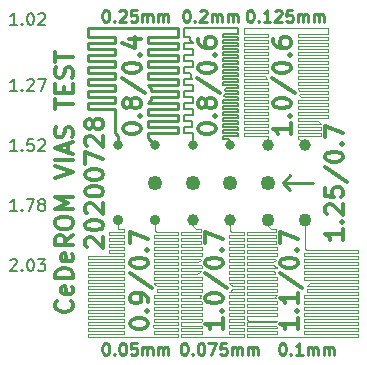
<source format=gbr>
%TF.GenerationSoftware,KiCad,Pcbnew,5.1.6*%
%TF.CreationDate,2020-07-28T17:06:22+02:00*%
%TF.ProjectId,cederom-vias-test,63656465-726f-46d2-9d76-6961732d7465,rev?*%
%TF.SameCoordinates,Original*%
%TF.FileFunction,Copper,L1,Top*%
%TF.FilePolarity,Positive*%
%FSLAX46Y46*%
G04 Gerber Fmt 4.6, Leading zero omitted, Abs format (unit mm)*
G04 Created by KiCad (PCBNEW 5.1.6) date 2020-07-28 17:06:22*
%MOMM*%
%LPD*%
G01*
G04 APERTURE LIST*
%TA.AperFunction,NonConductor*%
%ADD10C,0.150000*%
%TD*%
%TA.AperFunction,NonConductor*%
%ADD11C,0.250000*%
%TD*%
%TA.AperFunction,NonConductor*%
%ADD12C,0.300000*%
%TD*%
%TA.AperFunction,ViaPad*%
%ADD13C,0.800000*%
%TD*%
%TA.AperFunction,ViaPad*%
%ADD14C,1.000000*%
%TD*%
%TA.AperFunction,ViaPad*%
%ADD15C,0.900000*%
%TD*%
%TA.AperFunction,ViaPad*%
%ADD16C,1.100000*%
%TD*%
%TA.AperFunction,ViaPad*%
%ADD17C,1.250000*%
%TD*%
%TA.AperFunction,Conductor*%
%ADD18C,0.250000*%
%TD*%
%TA.AperFunction,Conductor*%
%ADD19C,0.200000*%
%TD*%
%TA.AperFunction,Conductor*%
%ADD20C,0.125000*%
%TD*%
%TA.AperFunction,Conductor*%
%ADD21C,0.100000*%
%TD*%
%TA.AperFunction,Conductor*%
%ADD22C,0.075000*%
%TD*%
%TA.AperFunction,Conductor*%
%ADD23C,0.050000*%
%TD*%
G04 APERTURE END LIST*
D10*
X117903809Y-130357619D02*
X117951428Y-130310000D01*
X118046666Y-130262380D01*
X118284761Y-130262380D01*
X118380000Y-130310000D01*
X118427619Y-130357619D01*
X118475238Y-130452857D01*
X118475238Y-130548095D01*
X118427619Y-130690952D01*
X117856190Y-131262380D01*
X118475238Y-131262380D01*
X118903809Y-131167142D02*
X118951428Y-131214761D01*
X118903809Y-131262380D01*
X118856190Y-131214761D01*
X118903809Y-131167142D01*
X118903809Y-131262380D01*
X119570476Y-130262380D02*
X119665714Y-130262380D01*
X119760952Y-130310000D01*
X119808571Y-130357619D01*
X119856190Y-130452857D01*
X119903809Y-130643333D01*
X119903809Y-130881428D01*
X119856190Y-131071904D01*
X119808571Y-131167142D01*
X119760952Y-131214761D01*
X119665714Y-131262380D01*
X119570476Y-131262380D01*
X119475238Y-131214761D01*
X119427619Y-131167142D01*
X119380000Y-131071904D01*
X119332380Y-130881428D01*
X119332380Y-130643333D01*
X119380000Y-130452857D01*
X119427619Y-130357619D01*
X119475238Y-130310000D01*
X119570476Y-130262380D01*
X120237142Y-130262380D02*
X120856190Y-130262380D01*
X120522857Y-130643333D01*
X120665714Y-130643333D01*
X120760952Y-130690952D01*
X120808571Y-130738571D01*
X120856190Y-130833809D01*
X120856190Y-131071904D01*
X120808571Y-131167142D01*
X120760952Y-131214761D01*
X120665714Y-131262380D01*
X120380000Y-131262380D01*
X120284761Y-131214761D01*
X120237142Y-131167142D01*
X118475238Y-126182380D02*
X117903809Y-126182380D01*
X118189523Y-126182380D02*
X118189523Y-125182380D01*
X118094285Y-125325238D01*
X117999047Y-125420476D01*
X117903809Y-125468095D01*
X118903809Y-126087142D02*
X118951428Y-126134761D01*
X118903809Y-126182380D01*
X118856190Y-126134761D01*
X118903809Y-126087142D01*
X118903809Y-126182380D01*
X119284761Y-125182380D02*
X119951428Y-125182380D01*
X119522857Y-126182380D01*
X120475238Y-125610952D02*
X120380000Y-125563333D01*
X120332380Y-125515714D01*
X120284761Y-125420476D01*
X120284761Y-125372857D01*
X120332380Y-125277619D01*
X120380000Y-125230000D01*
X120475238Y-125182380D01*
X120665714Y-125182380D01*
X120760952Y-125230000D01*
X120808571Y-125277619D01*
X120856190Y-125372857D01*
X120856190Y-125420476D01*
X120808571Y-125515714D01*
X120760952Y-125563333D01*
X120665714Y-125610952D01*
X120475238Y-125610952D01*
X120380000Y-125658571D01*
X120332380Y-125706190D01*
X120284761Y-125801428D01*
X120284761Y-125991904D01*
X120332380Y-126087142D01*
X120380000Y-126134761D01*
X120475238Y-126182380D01*
X120665714Y-126182380D01*
X120760952Y-126134761D01*
X120808571Y-126087142D01*
X120856190Y-125991904D01*
X120856190Y-125801428D01*
X120808571Y-125706190D01*
X120760952Y-125658571D01*
X120665714Y-125610952D01*
X118475238Y-121102380D02*
X117903809Y-121102380D01*
X118189523Y-121102380D02*
X118189523Y-120102380D01*
X118094285Y-120245238D01*
X117999047Y-120340476D01*
X117903809Y-120388095D01*
X118903809Y-121007142D02*
X118951428Y-121054761D01*
X118903809Y-121102380D01*
X118856190Y-121054761D01*
X118903809Y-121007142D01*
X118903809Y-121102380D01*
X119856190Y-120102380D02*
X119380000Y-120102380D01*
X119332380Y-120578571D01*
X119380000Y-120530952D01*
X119475238Y-120483333D01*
X119713333Y-120483333D01*
X119808571Y-120530952D01*
X119856190Y-120578571D01*
X119903809Y-120673809D01*
X119903809Y-120911904D01*
X119856190Y-121007142D01*
X119808571Y-121054761D01*
X119713333Y-121102380D01*
X119475238Y-121102380D01*
X119380000Y-121054761D01*
X119332380Y-121007142D01*
X120284761Y-120197619D02*
X120332380Y-120150000D01*
X120427619Y-120102380D01*
X120665714Y-120102380D01*
X120760952Y-120150000D01*
X120808571Y-120197619D01*
X120856190Y-120292857D01*
X120856190Y-120388095D01*
X120808571Y-120530952D01*
X120237142Y-121102380D01*
X120856190Y-121102380D01*
X118475238Y-116022380D02*
X117903809Y-116022380D01*
X118189523Y-116022380D02*
X118189523Y-115022380D01*
X118094285Y-115165238D01*
X117999047Y-115260476D01*
X117903809Y-115308095D01*
X118903809Y-115927142D02*
X118951428Y-115974761D01*
X118903809Y-116022380D01*
X118856190Y-115974761D01*
X118903809Y-115927142D01*
X118903809Y-116022380D01*
X119332380Y-115117619D02*
X119380000Y-115070000D01*
X119475238Y-115022380D01*
X119713333Y-115022380D01*
X119808571Y-115070000D01*
X119856190Y-115117619D01*
X119903809Y-115212857D01*
X119903809Y-115308095D01*
X119856190Y-115450952D01*
X119284761Y-116022380D01*
X119903809Y-116022380D01*
X120237142Y-115022380D02*
X120903809Y-115022380D01*
X120475238Y-116022380D01*
X118475238Y-110434380D02*
X117903809Y-110434380D01*
X118189523Y-110434380D02*
X118189523Y-109434380D01*
X118094285Y-109577238D01*
X117999047Y-109672476D01*
X117903809Y-109720095D01*
X118903809Y-110339142D02*
X118951428Y-110386761D01*
X118903809Y-110434380D01*
X118856190Y-110386761D01*
X118903809Y-110339142D01*
X118903809Y-110434380D01*
X119570476Y-109434380D02*
X119665714Y-109434380D01*
X119760952Y-109482000D01*
X119808571Y-109529619D01*
X119856190Y-109624857D01*
X119903809Y-109815333D01*
X119903809Y-110053428D01*
X119856190Y-110243904D01*
X119808571Y-110339142D01*
X119760952Y-110386761D01*
X119665714Y-110434380D01*
X119570476Y-110434380D01*
X119475238Y-110386761D01*
X119427619Y-110339142D01*
X119380000Y-110243904D01*
X119332380Y-110053428D01*
X119332380Y-109815333D01*
X119380000Y-109624857D01*
X119427619Y-109529619D01*
X119475238Y-109482000D01*
X119570476Y-109434380D01*
X120284761Y-109529619D02*
X120332380Y-109482000D01*
X120427619Y-109434380D01*
X120665714Y-109434380D01*
X120760952Y-109482000D01*
X120808571Y-109529619D01*
X120856190Y-109624857D01*
X120856190Y-109720095D01*
X120808571Y-109862952D01*
X120237142Y-110434380D01*
X120856190Y-110434380D01*
D11*
X125952571Y-137374380D02*
X126047809Y-137374380D01*
X126143047Y-137422000D01*
X126190666Y-137469619D01*
X126238285Y-137564857D01*
X126285904Y-137755333D01*
X126285904Y-137993428D01*
X126238285Y-138183904D01*
X126190666Y-138279142D01*
X126143047Y-138326761D01*
X126047809Y-138374380D01*
X125952571Y-138374380D01*
X125857333Y-138326761D01*
X125809714Y-138279142D01*
X125762095Y-138183904D01*
X125714476Y-137993428D01*
X125714476Y-137755333D01*
X125762095Y-137564857D01*
X125809714Y-137469619D01*
X125857333Y-137422000D01*
X125952571Y-137374380D01*
X126714476Y-138279142D02*
X126762095Y-138326761D01*
X126714476Y-138374380D01*
X126666857Y-138326761D01*
X126714476Y-138279142D01*
X126714476Y-138374380D01*
X127381142Y-137374380D02*
X127476380Y-137374380D01*
X127571619Y-137422000D01*
X127619238Y-137469619D01*
X127666857Y-137564857D01*
X127714476Y-137755333D01*
X127714476Y-137993428D01*
X127666857Y-138183904D01*
X127619238Y-138279142D01*
X127571619Y-138326761D01*
X127476380Y-138374380D01*
X127381142Y-138374380D01*
X127285904Y-138326761D01*
X127238285Y-138279142D01*
X127190666Y-138183904D01*
X127143047Y-137993428D01*
X127143047Y-137755333D01*
X127190666Y-137564857D01*
X127238285Y-137469619D01*
X127285904Y-137422000D01*
X127381142Y-137374380D01*
X128619238Y-137374380D02*
X128143047Y-137374380D01*
X128095428Y-137850571D01*
X128143047Y-137802952D01*
X128238285Y-137755333D01*
X128476380Y-137755333D01*
X128571619Y-137802952D01*
X128619238Y-137850571D01*
X128666857Y-137945809D01*
X128666857Y-138183904D01*
X128619238Y-138279142D01*
X128571619Y-138326761D01*
X128476380Y-138374380D01*
X128238285Y-138374380D01*
X128143047Y-138326761D01*
X128095428Y-138279142D01*
X129095428Y-138374380D02*
X129095428Y-137707714D01*
X129095428Y-137802952D02*
X129143047Y-137755333D01*
X129238285Y-137707714D01*
X129381142Y-137707714D01*
X129476380Y-137755333D01*
X129524000Y-137850571D01*
X129524000Y-138374380D01*
X129524000Y-137850571D02*
X129571619Y-137755333D01*
X129666857Y-137707714D01*
X129809714Y-137707714D01*
X129904952Y-137755333D01*
X129952571Y-137850571D01*
X129952571Y-138374380D01*
X130428761Y-138374380D02*
X130428761Y-137707714D01*
X130428761Y-137802952D02*
X130476380Y-137755333D01*
X130571619Y-137707714D01*
X130714476Y-137707714D01*
X130809714Y-137755333D01*
X130857333Y-137850571D01*
X130857333Y-138374380D01*
X130857333Y-137850571D02*
X130904952Y-137755333D01*
X131000190Y-137707714D01*
X131143047Y-137707714D01*
X131238285Y-137755333D01*
X131285904Y-137850571D01*
X131285904Y-138374380D01*
X132588380Y-137374380D02*
X132683619Y-137374380D01*
X132778857Y-137422000D01*
X132826476Y-137469619D01*
X132874095Y-137564857D01*
X132921714Y-137755333D01*
X132921714Y-137993428D01*
X132874095Y-138183904D01*
X132826476Y-138279142D01*
X132778857Y-138326761D01*
X132683619Y-138374380D01*
X132588380Y-138374380D01*
X132493142Y-138326761D01*
X132445523Y-138279142D01*
X132397904Y-138183904D01*
X132350285Y-137993428D01*
X132350285Y-137755333D01*
X132397904Y-137564857D01*
X132445523Y-137469619D01*
X132493142Y-137422000D01*
X132588380Y-137374380D01*
X133350285Y-138279142D02*
X133397904Y-138326761D01*
X133350285Y-138374380D01*
X133302666Y-138326761D01*
X133350285Y-138279142D01*
X133350285Y-138374380D01*
X134016952Y-137374380D02*
X134112190Y-137374380D01*
X134207428Y-137422000D01*
X134255047Y-137469619D01*
X134302666Y-137564857D01*
X134350285Y-137755333D01*
X134350285Y-137993428D01*
X134302666Y-138183904D01*
X134255047Y-138279142D01*
X134207428Y-138326761D01*
X134112190Y-138374380D01*
X134016952Y-138374380D01*
X133921714Y-138326761D01*
X133874095Y-138279142D01*
X133826476Y-138183904D01*
X133778857Y-137993428D01*
X133778857Y-137755333D01*
X133826476Y-137564857D01*
X133874095Y-137469619D01*
X133921714Y-137422000D01*
X134016952Y-137374380D01*
X134683619Y-137374380D02*
X135350285Y-137374380D01*
X134921714Y-138374380D01*
X136207428Y-137374380D02*
X135731238Y-137374380D01*
X135683619Y-137850571D01*
X135731238Y-137802952D01*
X135826476Y-137755333D01*
X136064571Y-137755333D01*
X136159809Y-137802952D01*
X136207428Y-137850571D01*
X136255047Y-137945809D01*
X136255047Y-138183904D01*
X136207428Y-138279142D01*
X136159809Y-138326761D01*
X136064571Y-138374380D01*
X135826476Y-138374380D01*
X135731238Y-138326761D01*
X135683619Y-138279142D01*
X136683619Y-138374380D02*
X136683619Y-137707714D01*
X136683619Y-137802952D02*
X136731238Y-137755333D01*
X136826476Y-137707714D01*
X136969333Y-137707714D01*
X137064571Y-137755333D01*
X137112190Y-137850571D01*
X137112190Y-138374380D01*
X137112190Y-137850571D02*
X137159809Y-137755333D01*
X137255047Y-137707714D01*
X137397904Y-137707714D01*
X137493142Y-137755333D01*
X137540761Y-137850571D01*
X137540761Y-138374380D01*
X138016952Y-138374380D02*
X138016952Y-137707714D01*
X138016952Y-137802952D02*
X138064571Y-137755333D01*
X138159809Y-137707714D01*
X138302666Y-137707714D01*
X138397904Y-137755333D01*
X138445523Y-137850571D01*
X138445523Y-138374380D01*
X138445523Y-137850571D02*
X138493142Y-137755333D01*
X138588380Y-137707714D01*
X138731238Y-137707714D01*
X138826476Y-137755333D01*
X138874095Y-137850571D01*
X138874095Y-138374380D01*
X140906761Y-137374380D02*
X141002000Y-137374380D01*
X141097238Y-137422000D01*
X141144857Y-137469619D01*
X141192476Y-137564857D01*
X141240095Y-137755333D01*
X141240095Y-137993428D01*
X141192476Y-138183904D01*
X141144857Y-138279142D01*
X141097238Y-138326761D01*
X141002000Y-138374380D01*
X140906761Y-138374380D01*
X140811523Y-138326761D01*
X140763904Y-138279142D01*
X140716285Y-138183904D01*
X140668666Y-137993428D01*
X140668666Y-137755333D01*
X140716285Y-137564857D01*
X140763904Y-137469619D01*
X140811523Y-137422000D01*
X140906761Y-137374380D01*
X141668666Y-138279142D02*
X141716285Y-138326761D01*
X141668666Y-138374380D01*
X141621047Y-138326761D01*
X141668666Y-138279142D01*
X141668666Y-138374380D01*
X142668666Y-138374380D02*
X142097238Y-138374380D01*
X142382952Y-138374380D02*
X142382952Y-137374380D01*
X142287714Y-137517238D01*
X142192476Y-137612476D01*
X142097238Y-137660095D01*
X143097238Y-138374380D02*
X143097238Y-137707714D01*
X143097238Y-137802952D02*
X143144857Y-137755333D01*
X143240095Y-137707714D01*
X143382952Y-137707714D01*
X143478190Y-137755333D01*
X143525809Y-137850571D01*
X143525809Y-138374380D01*
X143525809Y-137850571D02*
X143573428Y-137755333D01*
X143668666Y-137707714D01*
X143811523Y-137707714D01*
X143906761Y-137755333D01*
X143954380Y-137850571D01*
X143954380Y-138374380D01*
X144430571Y-138374380D02*
X144430571Y-137707714D01*
X144430571Y-137802952D02*
X144478190Y-137755333D01*
X144573428Y-137707714D01*
X144716285Y-137707714D01*
X144811523Y-137755333D01*
X144859142Y-137850571D01*
X144859142Y-138374380D01*
X144859142Y-137850571D02*
X144906761Y-137755333D01*
X145002000Y-137707714D01*
X145144857Y-137707714D01*
X145240095Y-137755333D01*
X145287714Y-137850571D01*
X145287714Y-138374380D01*
X138176380Y-109180380D02*
X138271619Y-109180380D01*
X138366857Y-109228000D01*
X138414476Y-109275619D01*
X138462095Y-109370857D01*
X138509714Y-109561333D01*
X138509714Y-109799428D01*
X138462095Y-109989904D01*
X138414476Y-110085142D01*
X138366857Y-110132761D01*
X138271619Y-110180380D01*
X138176380Y-110180380D01*
X138081142Y-110132761D01*
X138033523Y-110085142D01*
X137985904Y-109989904D01*
X137938285Y-109799428D01*
X137938285Y-109561333D01*
X137985904Y-109370857D01*
X138033523Y-109275619D01*
X138081142Y-109228000D01*
X138176380Y-109180380D01*
X138938285Y-110085142D02*
X138985904Y-110132761D01*
X138938285Y-110180380D01*
X138890666Y-110132761D01*
X138938285Y-110085142D01*
X138938285Y-110180380D01*
X139938285Y-110180380D02*
X139366857Y-110180380D01*
X139652571Y-110180380D02*
X139652571Y-109180380D01*
X139557333Y-109323238D01*
X139462095Y-109418476D01*
X139366857Y-109466095D01*
X140319238Y-109275619D02*
X140366857Y-109228000D01*
X140462095Y-109180380D01*
X140700190Y-109180380D01*
X140795428Y-109228000D01*
X140843047Y-109275619D01*
X140890666Y-109370857D01*
X140890666Y-109466095D01*
X140843047Y-109608952D01*
X140271619Y-110180380D01*
X140890666Y-110180380D01*
X141795428Y-109180380D02*
X141319238Y-109180380D01*
X141271619Y-109656571D01*
X141319238Y-109608952D01*
X141414476Y-109561333D01*
X141652571Y-109561333D01*
X141747809Y-109608952D01*
X141795428Y-109656571D01*
X141843047Y-109751809D01*
X141843047Y-109989904D01*
X141795428Y-110085142D01*
X141747809Y-110132761D01*
X141652571Y-110180380D01*
X141414476Y-110180380D01*
X141319238Y-110132761D01*
X141271619Y-110085142D01*
X142271619Y-110180380D02*
X142271619Y-109513714D01*
X142271619Y-109608952D02*
X142319238Y-109561333D01*
X142414476Y-109513714D01*
X142557333Y-109513714D01*
X142652571Y-109561333D01*
X142700190Y-109656571D01*
X142700190Y-110180380D01*
X142700190Y-109656571D02*
X142747809Y-109561333D01*
X142843047Y-109513714D01*
X142985904Y-109513714D01*
X143081142Y-109561333D01*
X143128761Y-109656571D01*
X143128761Y-110180380D01*
X143604952Y-110180380D02*
X143604952Y-109513714D01*
X143604952Y-109608952D02*
X143652571Y-109561333D01*
X143747809Y-109513714D01*
X143890666Y-109513714D01*
X143985904Y-109561333D01*
X144033523Y-109656571D01*
X144033523Y-110180380D01*
X144033523Y-109656571D02*
X144081142Y-109561333D01*
X144176380Y-109513714D01*
X144319238Y-109513714D01*
X144414476Y-109561333D01*
X144462095Y-109656571D01*
X144462095Y-110180380D01*
X132778761Y-109180380D02*
X132874000Y-109180380D01*
X132969238Y-109228000D01*
X133016857Y-109275619D01*
X133064476Y-109370857D01*
X133112095Y-109561333D01*
X133112095Y-109799428D01*
X133064476Y-109989904D01*
X133016857Y-110085142D01*
X132969238Y-110132761D01*
X132874000Y-110180380D01*
X132778761Y-110180380D01*
X132683523Y-110132761D01*
X132635904Y-110085142D01*
X132588285Y-109989904D01*
X132540666Y-109799428D01*
X132540666Y-109561333D01*
X132588285Y-109370857D01*
X132635904Y-109275619D01*
X132683523Y-109228000D01*
X132778761Y-109180380D01*
X133540666Y-110085142D02*
X133588285Y-110132761D01*
X133540666Y-110180380D01*
X133493047Y-110132761D01*
X133540666Y-110085142D01*
X133540666Y-110180380D01*
X133969238Y-109275619D02*
X134016857Y-109228000D01*
X134112095Y-109180380D01*
X134350190Y-109180380D01*
X134445428Y-109228000D01*
X134493047Y-109275619D01*
X134540666Y-109370857D01*
X134540666Y-109466095D01*
X134493047Y-109608952D01*
X133921619Y-110180380D01*
X134540666Y-110180380D01*
X134969238Y-110180380D02*
X134969238Y-109513714D01*
X134969238Y-109608952D02*
X135016857Y-109561333D01*
X135112095Y-109513714D01*
X135254952Y-109513714D01*
X135350190Y-109561333D01*
X135397809Y-109656571D01*
X135397809Y-110180380D01*
X135397809Y-109656571D02*
X135445428Y-109561333D01*
X135540666Y-109513714D01*
X135683523Y-109513714D01*
X135778761Y-109561333D01*
X135826380Y-109656571D01*
X135826380Y-110180380D01*
X136302571Y-110180380D02*
X136302571Y-109513714D01*
X136302571Y-109608952D02*
X136350190Y-109561333D01*
X136445428Y-109513714D01*
X136588285Y-109513714D01*
X136683523Y-109561333D01*
X136731142Y-109656571D01*
X136731142Y-110180380D01*
X136731142Y-109656571D02*
X136778761Y-109561333D01*
X136874000Y-109513714D01*
X137016857Y-109513714D01*
X137112095Y-109561333D01*
X137159714Y-109656571D01*
X137159714Y-110180380D01*
X125952571Y-109180380D02*
X126047809Y-109180380D01*
X126143047Y-109228000D01*
X126190666Y-109275619D01*
X126238285Y-109370857D01*
X126285904Y-109561333D01*
X126285904Y-109799428D01*
X126238285Y-109989904D01*
X126190666Y-110085142D01*
X126143047Y-110132761D01*
X126047809Y-110180380D01*
X125952571Y-110180380D01*
X125857333Y-110132761D01*
X125809714Y-110085142D01*
X125762095Y-109989904D01*
X125714476Y-109799428D01*
X125714476Y-109561333D01*
X125762095Y-109370857D01*
X125809714Y-109275619D01*
X125857333Y-109228000D01*
X125952571Y-109180380D01*
X126714476Y-110085142D02*
X126762095Y-110132761D01*
X126714476Y-110180380D01*
X126666857Y-110132761D01*
X126714476Y-110085142D01*
X126714476Y-110180380D01*
X127143047Y-109275619D02*
X127190666Y-109228000D01*
X127285904Y-109180380D01*
X127524000Y-109180380D01*
X127619238Y-109228000D01*
X127666857Y-109275619D01*
X127714476Y-109370857D01*
X127714476Y-109466095D01*
X127666857Y-109608952D01*
X127095428Y-110180380D01*
X127714476Y-110180380D01*
X128619238Y-109180380D02*
X128143047Y-109180380D01*
X128095428Y-109656571D01*
X128143047Y-109608952D01*
X128238285Y-109561333D01*
X128476380Y-109561333D01*
X128571619Y-109608952D01*
X128619238Y-109656571D01*
X128666857Y-109751809D01*
X128666857Y-109989904D01*
X128619238Y-110085142D01*
X128571619Y-110132761D01*
X128476380Y-110180380D01*
X128238285Y-110180380D01*
X128143047Y-110132761D01*
X128095428Y-110085142D01*
X129095428Y-110180380D02*
X129095428Y-109513714D01*
X129095428Y-109608952D02*
X129143047Y-109561333D01*
X129238285Y-109513714D01*
X129381142Y-109513714D01*
X129476380Y-109561333D01*
X129524000Y-109656571D01*
X129524000Y-110180380D01*
X129524000Y-109656571D02*
X129571619Y-109561333D01*
X129666857Y-109513714D01*
X129809714Y-109513714D01*
X129904952Y-109561333D01*
X129952571Y-109656571D01*
X129952571Y-110180380D01*
X130428761Y-110180380D02*
X130428761Y-109513714D01*
X130428761Y-109608952D02*
X130476380Y-109561333D01*
X130571619Y-109513714D01*
X130714476Y-109513714D01*
X130809714Y-109561333D01*
X130857333Y-109656571D01*
X130857333Y-110180380D01*
X130857333Y-109656571D02*
X130904952Y-109561333D01*
X131000190Y-109513714D01*
X131143047Y-109513714D01*
X131238285Y-109561333D01*
X131285904Y-109656571D01*
X131285904Y-110180380D01*
D12*
X123085714Y-133825000D02*
X123157142Y-133896428D01*
X123228571Y-134110714D01*
X123228571Y-134253571D01*
X123157142Y-134467857D01*
X123014285Y-134610714D01*
X122871428Y-134682142D01*
X122585714Y-134753571D01*
X122371428Y-134753571D01*
X122085714Y-134682142D01*
X121942857Y-134610714D01*
X121800000Y-134467857D01*
X121728571Y-134253571D01*
X121728571Y-134110714D01*
X121800000Y-133896428D01*
X121871428Y-133825000D01*
X123157142Y-132610714D02*
X123228571Y-132753571D01*
X123228571Y-133039285D01*
X123157142Y-133182142D01*
X123014285Y-133253571D01*
X122442857Y-133253571D01*
X122300000Y-133182142D01*
X122228571Y-133039285D01*
X122228571Y-132753571D01*
X122300000Y-132610714D01*
X122442857Y-132539285D01*
X122585714Y-132539285D01*
X122728571Y-133253571D01*
X123228571Y-131896428D02*
X121728571Y-131896428D01*
X121728571Y-131539285D01*
X121800000Y-131325000D01*
X121942857Y-131182142D01*
X122085714Y-131110714D01*
X122371428Y-131039285D01*
X122585714Y-131039285D01*
X122871428Y-131110714D01*
X123014285Y-131182142D01*
X123157142Y-131325000D01*
X123228571Y-131539285D01*
X123228571Y-131896428D01*
X123157142Y-129825000D02*
X123228571Y-129967857D01*
X123228571Y-130253571D01*
X123157142Y-130396428D01*
X123014285Y-130467857D01*
X122442857Y-130467857D01*
X122300000Y-130396428D01*
X122228571Y-130253571D01*
X122228571Y-129967857D01*
X122300000Y-129825000D01*
X122442857Y-129753571D01*
X122585714Y-129753571D01*
X122728571Y-130467857D01*
X123228571Y-128253571D02*
X122514285Y-128753571D01*
X123228571Y-129110714D02*
X121728571Y-129110714D01*
X121728571Y-128539285D01*
X121800000Y-128396428D01*
X121871428Y-128325000D01*
X122014285Y-128253571D01*
X122228571Y-128253571D01*
X122371428Y-128325000D01*
X122442857Y-128396428D01*
X122514285Y-128539285D01*
X122514285Y-129110714D01*
X121728571Y-127325000D02*
X121728571Y-127039285D01*
X121800000Y-126896428D01*
X121942857Y-126753571D01*
X122228571Y-126682142D01*
X122728571Y-126682142D01*
X123014285Y-126753571D01*
X123157142Y-126896428D01*
X123228571Y-127039285D01*
X123228571Y-127325000D01*
X123157142Y-127467857D01*
X123014285Y-127610714D01*
X122728571Y-127682142D01*
X122228571Y-127682142D01*
X121942857Y-127610714D01*
X121800000Y-127467857D01*
X121728571Y-127325000D01*
X123228571Y-126039285D02*
X121728571Y-126039285D01*
X122800000Y-125539285D01*
X121728571Y-125039285D01*
X123228571Y-125039285D01*
X121728571Y-123396428D02*
X123228571Y-122896428D01*
X121728571Y-122396428D01*
X123228571Y-121896428D02*
X121728571Y-121896428D01*
X122800000Y-121253571D02*
X122800000Y-120539285D01*
X123228571Y-121396428D02*
X121728571Y-120896428D01*
X123228571Y-120396428D01*
X123157142Y-119967857D02*
X123228571Y-119753571D01*
X123228571Y-119396428D01*
X123157142Y-119253571D01*
X123085714Y-119182142D01*
X122942857Y-119110714D01*
X122800000Y-119110714D01*
X122657142Y-119182142D01*
X122585714Y-119253571D01*
X122514285Y-119396428D01*
X122442857Y-119682142D01*
X122371428Y-119825000D01*
X122300000Y-119896428D01*
X122157142Y-119967857D01*
X122014285Y-119967857D01*
X121871428Y-119896428D01*
X121800000Y-119825000D01*
X121728571Y-119682142D01*
X121728571Y-119325000D01*
X121800000Y-119110714D01*
X121728571Y-117539285D02*
X121728571Y-116682142D01*
X123228571Y-117110714D02*
X121728571Y-117110714D01*
X122442857Y-116182142D02*
X122442857Y-115682142D01*
X123228571Y-115467857D02*
X123228571Y-116182142D01*
X121728571Y-116182142D01*
X121728571Y-115467857D01*
X123157142Y-114896428D02*
X123228571Y-114682142D01*
X123228571Y-114325000D01*
X123157142Y-114182142D01*
X123085714Y-114110714D01*
X122942857Y-114039285D01*
X122800000Y-114039285D01*
X122657142Y-114110714D01*
X122585714Y-114182142D01*
X122514285Y-114325000D01*
X122442857Y-114610714D01*
X122371428Y-114753571D01*
X122300000Y-114825000D01*
X122157142Y-114896428D01*
X122014285Y-114896428D01*
X121871428Y-114825000D01*
X121800000Y-114753571D01*
X121728571Y-114610714D01*
X121728571Y-114253571D01*
X121800000Y-114039285D01*
X121728571Y-113610714D02*
X121728571Y-112753571D01*
X123228571Y-113182142D02*
X121728571Y-113182142D01*
X124421428Y-129253571D02*
X124350000Y-129182142D01*
X124278571Y-129039285D01*
X124278571Y-128682142D01*
X124350000Y-128539285D01*
X124421428Y-128467857D01*
X124564285Y-128396428D01*
X124707142Y-128396428D01*
X124921428Y-128467857D01*
X125778571Y-129325000D01*
X125778571Y-128396428D01*
X124278571Y-127467857D02*
X124278571Y-127325000D01*
X124350000Y-127182142D01*
X124421428Y-127110714D01*
X124564285Y-127039285D01*
X124850000Y-126967857D01*
X125207142Y-126967857D01*
X125492857Y-127039285D01*
X125635714Y-127110714D01*
X125707142Y-127182142D01*
X125778571Y-127325000D01*
X125778571Y-127467857D01*
X125707142Y-127610714D01*
X125635714Y-127682142D01*
X125492857Y-127753571D01*
X125207142Y-127825000D01*
X124850000Y-127825000D01*
X124564285Y-127753571D01*
X124421428Y-127682142D01*
X124350000Y-127610714D01*
X124278571Y-127467857D01*
X124421428Y-126396428D02*
X124350000Y-126325000D01*
X124278571Y-126182142D01*
X124278571Y-125825000D01*
X124350000Y-125682142D01*
X124421428Y-125610714D01*
X124564285Y-125539285D01*
X124707142Y-125539285D01*
X124921428Y-125610714D01*
X125778571Y-126467857D01*
X125778571Y-125539285D01*
X124278571Y-124610714D02*
X124278571Y-124467857D01*
X124350000Y-124325000D01*
X124421428Y-124253571D01*
X124564285Y-124182142D01*
X124850000Y-124110714D01*
X125207142Y-124110714D01*
X125492857Y-124182142D01*
X125635714Y-124253571D01*
X125707142Y-124325000D01*
X125778571Y-124467857D01*
X125778571Y-124610714D01*
X125707142Y-124753571D01*
X125635714Y-124825000D01*
X125492857Y-124896428D01*
X125207142Y-124967857D01*
X124850000Y-124967857D01*
X124564285Y-124896428D01*
X124421428Y-124825000D01*
X124350000Y-124753571D01*
X124278571Y-124610714D01*
X124278571Y-123182142D02*
X124278571Y-123039285D01*
X124350000Y-122896428D01*
X124421428Y-122825000D01*
X124564285Y-122753571D01*
X124850000Y-122682142D01*
X125207142Y-122682142D01*
X125492857Y-122753571D01*
X125635714Y-122825000D01*
X125707142Y-122896428D01*
X125778571Y-123039285D01*
X125778571Y-123182142D01*
X125707142Y-123325000D01*
X125635714Y-123396428D01*
X125492857Y-123467857D01*
X125207142Y-123539285D01*
X124850000Y-123539285D01*
X124564285Y-123467857D01*
X124421428Y-123396428D01*
X124350000Y-123325000D01*
X124278571Y-123182142D01*
X124278571Y-122182142D02*
X124278571Y-121182142D01*
X125778571Y-121825000D01*
X124421428Y-120682142D02*
X124350000Y-120610714D01*
X124278571Y-120467857D01*
X124278571Y-120110714D01*
X124350000Y-119967857D01*
X124421428Y-119896428D01*
X124564285Y-119825000D01*
X124707142Y-119825000D01*
X124921428Y-119896428D01*
X125778571Y-120753571D01*
X125778571Y-119825000D01*
X124921428Y-118967857D02*
X124850000Y-119110714D01*
X124778571Y-119182142D01*
X124635714Y-119253571D01*
X124564285Y-119253571D01*
X124421428Y-119182142D01*
X124350000Y-119110714D01*
X124278571Y-118967857D01*
X124278571Y-118682142D01*
X124350000Y-118539285D01*
X124421428Y-118467857D01*
X124564285Y-118396428D01*
X124635714Y-118396428D01*
X124778571Y-118467857D01*
X124850000Y-118539285D01*
X124921428Y-118682142D01*
X124921428Y-118967857D01*
X124992857Y-119110714D01*
X125064285Y-119182142D01*
X125207142Y-119253571D01*
X125492857Y-119253571D01*
X125635714Y-119182142D01*
X125707142Y-119110714D01*
X125778571Y-118967857D01*
X125778571Y-118682142D01*
X125707142Y-118539285D01*
X125635714Y-118467857D01*
X125492857Y-118396428D01*
X125207142Y-118396428D01*
X125064285Y-118467857D01*
X124992857Y-118539285D01*
X124921428Y-118682142D01*
X146093571Y-127753571D02*
X146093571Y-128610714D01*
X146093571Y-128182142D02*
X144593571Y-128182142D01*
X144807857Y-128325000D01*
X144950714Y-128467857D01*
X145022142Y-128610714D01*
X145950714Y-127110714D02*
X146022142Y-127039285D01*
X146093571Y-127110714D01*
X146022142Y-127182142D01*
X145950714Y-127110714D01*
X146093571Y-127110714D01*
X144736428Y-126467857D02*
X144665000Y-126396428D01*
X144593571Y-126253571D01*
X144593571Y-125896428D01*
X144665000Y-125753571D01*
X144736428Y-125682142D01*
X144879285Y-125610714D01*
X145022142Y-125610714D01*
X145236428Y-125682142D01*
X146093571Y-126539285D01*
X146093571Y-125610714D01*
X144593571Y-124253571D02*
X144593571Y-124967857D01*
X145307857Y-125039285D01*
X145236428Y-124967857D01*
X145165000Y-124825000D01*
X145165000Y-124467857D01*
X145236428Y-124325000D01*
X145307857Y-124253571D01*
X145450714Y-124182142D01*
X145807857Y-124182142D01*
X145950714Y-124253571D01*
X146022142Y-124325000D01*
X146093571Y-124467857D01*
X146093571Y-124825000D01*
X146022142Y-124967857D01*
X145950714Y-125039285D01*
X144522142Y-122467857D02*
X146450714Y-123753571D01*
X144593571Y-121682142D02*
X144593571Y-121539285D01*
X144665000Y-121396428D01*
X144736428Y-121325000D01*
X144879285Y-121253571D01*
X145165000Y-121182142D01*
X145522142Y-121182142D01*
X145807857Y-121253571D01*
X145950714Y-121325000D01*
X146022142Y-121396428D01*
X146093571Y-121539285D01*
X146093571Y-121682142D01*
X146022142Y-121825000D01*
X145950714Y-121896428D01*
X145807857Y-121967857D01*
X145522142Y-122039285D01*
X145165000Y-122039285D01*
X144879285Y-121967857D01*
X144736428Y-121896428D01*
X144665000Y-121825000D01*
X144593571Y-121682142D01*
X145950714Y-120539285D02*
X146022142Y-120467857D01*
X146093571Y-120539285D01*
X146022142Y-120610714D01*
X145950714Y-120539285D01*
X146093571Y-120539285D01*
X144593571Y-119967857D02*
X144593571Y-118967857D01*
X146093571Y-119610714D01*
X142283571Y-135294285D02*
X142283571Y-136151428D01*
X142283571Y-135722857D02*
X140783571Y-135722857D01*
X140997857Y-135865714D01*
X141140714Y-136008571D01*
X141212142Y-136151428D01*
X142140714Y-134651428D02*
X142212142Y-134580000D01*
X142283571Y-134651428D01*
X142212142Y-134722857D01*
X142140714Y-134651428D01*
X142283571Y-134651428D01*
X142283571Y-133151428D02*
X142283571Y-134008571D01*
X142283571Y-133580000D02*
X140783571Y-133580000D01*
X140997857Y-133722857D01*
X141140714Y-133865714D01*
X141212142Y-134008571D01*
X140712142Y-131437142D02*
X142640714Y-132722857D01*
X140783571Y-130651428D02*
X140783571Y-130508571D01*
X140855000Y-130365714D01*
X140926428Y-130294285D01*
X141069285Y-130222857D01*
X141355000Y-130151428D01*
X141712142Y-130151428D01*
X141997857Y-130222857D01*
X142140714Y-130294285D01*
X142212142Y-130365714D01*
X142283571Y-130508571D01*
X142283571Y-130651428D01*
X142212142Y-130794285D01*
X142140714Y-130865714D01*
X141997857Y-130937142D01*
X141712142Y-131008571D01*
X141355000Y-131008571D01*
X141069285Y-130937142D01*
X140926428Y-130865714D01*
X140855000Y-130794285D01*
X140783571Y-130651428D01*
X142140714Y-129508571D02*
X142212142Y-129437142D01*
X142283571Y-129508571D01*
X142212142Y-129580000D01*
X142140714Y-129508571D01*
X142283571Y-129508571D01*
X140783571Y-128937142D02*
X140783571Y-127937142D01*
X142283571Y-128580000D01*
X135933571Y-135294285D02*
X135933571Y-136151428D01*
X135933571Y-135722857D02*
X134433571Y-135722857D01*
X134647857Y-135865714D01*
X134790714Y-136008571D01*
X134862142Y-136151428D01*
X135790714Y-134651428D02*
X135862142Y-134580000D01*
X135933571Y-134651428D01*
X135862142Y-134722857D01*
X135790714Y-134651428D01*
X135933571Y-134651428D01*
X134433571Y-133651428D02*
X134433571Y-133508571D01*
X134505000Y-133365714D01*
X134576428Y-133294285D01*
X134719285Y-133222857D01*
X135005000Y-133151428D01*
X135362142Y-133151428D01*
X135647857Y-133222857D01*
X135790714Y-133294285D01*
X135862142Y-133365714D01*
X135933571Y-133508571D01*
X135933571Y-133651428D01*
X135862142Y-133794285D01*
X135790714Y-133865714D01*
X135647857Y-133937142D01*
X135362142Y-134008571D01*
X135005000Y-134008571D01*
X134719285Y-133937142D01*
X134576428Y-133865714D01*
X134505000Y-133794285D01*
X134433571Y-133651428D01*
X134362142Y-131437142D02*
X136290714Y-132722857D01*
X134433571Y-130651428D02*
X134433571Y-130508571D01*
X134505000Y-130365714D01*
X134576428Y-130294285D01*
X134719285Y-130222857D01*
X135005000Y-130151428D01*
X135362142Y-130151428D01*
X135647857Y-130222857D01*
X135790714Y-130294285D01*
X135862142Y-130365714D01*
X135933571Y-130508571D01*
X135933571Y-130651428D01*
X135862142Y-130794285D01*
X135790714Y-130865714D01*
X135647857Y-130937142D01*
X135362142Y-131008571D01*
X135005000Y-131008571D01*
X134719285Y-130937142D01*
X134576428Y-130865714D01*
X134505000Y-130794285D01*
X134433571Y-130651428D01*
X135790714Y-129508571D02*
X135862142Y-129437142D01*
X135933571Y-129508571D01*
X135862142Y-129580000D01*
X135790714Y-129508571D01*
X135933571Y-129508571D01*
X134433571Y-128937142D02*
X134433571Y-127937142D01*
X135933571Y-128580000D01*
X128083571Y-135794285D02*
X128083571Y-135651428D01*
X128155000Y-135508571D01*
X128226428Y-135437142D01*
X128369285Y-135365714D01*
X128655000Y-135294285D01*
X129012142Y-135294285D01*
X129297857Y-135365714D01*
X129440714Y-135437142D01*
X129512142Y-135508571D01*
X129583571Y-135651428D01*
X129583571Y-135794285D01*
X129512142Y-135937142D01*
X129440714Y-136008571D01*
X129297857Y-136080000D01*
X129012142Y-136151428D01*
X128655000Y-136151428D01*
X128369285Y-136080000D01*
X128226428Y-136008571D01*
X128155000Y-135937142D01*
X128083571Y-135794285D01*
X129440714Y-134651428D02*
X129512142Y-134580000D01*
X129583571Y-134651428D01*
X129512142Y-134722857D01*
X129440714Y-134651428D01*
X129583571Y-134651428D01*
X129583571Y-133865714D02*
X129583571Y-133580000D01*
X129512142Y-133437142D01*
X129440714Y-133365714D01*
X129226428Y-133222857D01*
X128940714Y-133151428D01*
X128369285Y-133151428D01*
X128226428Y-133222857D01*
X128155000Y-133294285D01*
X128083571Y-133437142D01*
X128083571Y-133722857D01*
X128155000Y-133865714D01*
X128226428Y-133937142D01*
X128369285Y-134008571D01*
X128726428Y-134008571D01*
X128869285Y-133937142D01*
X128940714Y-133865714D01*
X129012142Y-133722857D01*
X129012142Y-133437142D01*
X128940714Y-133294285D01*
X128869285Y-133222857D01*
X128726428Y-133151428D01*
X128012142Y-131437142D02*
X129940714Y-132722857D01*
X128083571Y-130651428D02*
X128083571Y-130508571D01*
X128155000Y-130365714D01*
X128226428Y-130294285D01*
X128369285Y-130222857D01*
X128655000Y-130151428D01*
X129012142Y-130151428D01*
X129297857Y-130222857D01*
X129440714Y-130294285D01*
X129512142Y-130365714D01*
X129583571Y-130508571D01*
X129583571Y-130651428D01*
X129512142Y-130794285D01*
X129440714Y-130865714D01*
X129297857Y-130937142D01*
X129012142Y-131008571D01*
X128655000Y-131008571D01*
X128369285Y-130937142D01*
X128226428Y-130865714D01*
X128155000Y-130794285D01*
X128083571Y-130651428D01*
X129440714Y-129508571D02*
X129512142Y-129437142D01*
X129583571Y-129508571D01*
X129512142Y-129580000D01*
X129440714Y-129508571D01*
X129583571Y-129508571D01*
X128083571Y-128937142D02*
X128083571Y-127937142D01*
X129583571Y-128580000D01*
X141648571Y-118784285D02*
X141648571Y-119641428D01*
X141648571Y-119212857D02*
X140148571Y-119212857D01*
X140362857Y-119355714D01*
X140505714Y-119498571D01*
X140577142Y-119641428D01*
X141505714Y-118141428D02*
X141577142Y-118070000D01*
X141648571Y-118141428D01*
X141577142Y-118212857D01*
X141505714Y-118141428D01*
X141648571Y-118141428D01*
X140148571Y-117141428D02*
X140148571Y-116998571D01*
X140220000Y-116855714D01*
X140291428Y-116784285D01*
X140434285Y-116712857D01*
X140720000Y-116641428D01*
X141077142Y-116641428D01*
X141362857Y-116712857D01*
X141505714Y-116784285D01*
X141577142Y-116855714D01*
X141648571Y-116998571D01*
X141648571Y-117141428D01*
X141577142Y-117284285D01*
X141505714Y-117355714D01*
X141362857Y-117427142D01*
X141077142Y-117498571D01*
X140720000Y-117498571D01*
X140434285Y-117427142D01*
X140291428Y-117355714D01*
X140220000Y-117284285D01*
X140148571Y-117141428D01*
X140077142Y-114927142D02*
X142005714Y-116212857D01*
X140148571Y-114141428D02*
X140148571Y-113998571D01*
X140220000Y-113855714D01*
X140291428Y-113784285D01*
X140434285Y-113712857D01*
X140720000Y-113641428D01*
X141077142Y-113641428D01*
X141362857Y-113712857D01*
X141505714Y-113784285D01*
X141577142Y-113855714D01*
X141648571Y-113998571D01*
X141648571Y-114141428D01*
X141577142Y-114284285D01*
X141505714Y-114355714D01*
X141362857Y-114427142D01*
X141077142Y-114498571D01*
X140720000Y-114498571D01*
X140434285Y-114427142D01*
X140291428Y-114355714D01*
X140220000Y-114284285D01*
X140148571Y-114141428D01*
X141505714Y-112998571D02*
X141577142Y-112927142D01*
X141648571Y-112998571D01*
X141577142Y-113070000D01*
X141505714Y-112998571D01*
X141648571Y-112998571D01*
X140148571Y-111641428D02*
X140148571Y-111927142D01*
X140220000Y-112070000D01*
X140291428Y-112141428D01*
X140505714Y-112284285D01*
X140791428Y-112355714D01*
X141362857Y-112355714D01*
X141505714Y-112284285D01*
X141577142Y-112212857D01*
X141648571Y-112070000D01*
X141648571Y-111784285D01*
X141577142Y-111641428D01*
X141505714Y-111570000D01*
X141362857Y-111498571D01*
X141005714Y-111498571D01*
X140862857Y-111570000D01*
X140791428Y-111641428D01*
X140720000Y-111784285D01*
X140720000Y-112070000D01*
X140791428Y-112212857D01*
X140862857Y-112284285D01*
X141005714Y-112355714D01*
X133798571Y-119284285D02*
X133798571Y-119141428D01*
X133870000Y-118998571D01*
X133941428Y-118927142D01*
X134084285Y-118855714D01*
X134370000Y-118784285D01*
X134727142Y-118784285D01*
X135012857Y-118855714D01*
X135155714Y-118927142D01*
X135227142Y-118998571D01*
X135298571Y-119141428D01*
X135298571Y-119284285D01*
X135227142Y-119427142D01*
X135155714Y-119498571D01*
X135012857Y-119570000D01*
X134727142Y-119641428D01*
X134370000Y-119641428D01*
X134084285Y-119570000D01*
X133941428Y-119498571D01*
X133870000Y-119427142D01*
X133798571Y-119284285D01*
X135155714Y-118141428D02*
X135227142Y-118070000D01*
X135298571Y-118141428D01*
X135227142Y-118212857D01*
X135155714Y-118141428D01*
X135298571Y-118141428D01*
X134441428Y-117212857D02*
X134370000Y-117355714D01*
X134298571Y-117427142D01*
X134155714Y-117498571D01*
X134084285Y-117498571D01*
X133941428Y-117427142D01*
X133870000Y-117355714D01*
X133798571Y-117212857D01*
X133798571Y-116927142D01*
X133870000Y-116784285D01*
X133941428Y-116712857D01*
X134084285Y-116641428D01*
X134155714Y-116641428D01*
X134298571Y-116712857D01*
X134370000Y-116784285D01*
X134441428Y-116927142D01*
X134441428Y-117212857D01*
X134512857Y-117355714D01*
X134584285Y-117427142D01*
X134727142Y-117498571D01*
X135012857Y-117498571D01*
X135155714Y-117427142D01*
X135227142Y-117355714D01*
X135298571Y-117212857D01*
X135298571Y-116927142D01*
X135227142Y-116784285D01*
X135155714Y-116712857D01*
X135012857Y-116641428D01*
X134727142Y-116641428D01*
X134584285Y-116712857D01*
X134512857Y-116784285D01*
X134441428Y-116927142D01*
X133727142Y-114927142D02*
X135655714Y-116212857D01*
X133798571Y-114141428D02*
X133798571Y-113998571D01*
X133870000Y-113855714D01*
X133941428Y-113784285D01*
X134084285Y-113712857D01*
X134370000Y-113641428D01*
X134727142Y-113641428D01*
X135012857Y-113712857D01*
X135155714Y-113784285D01*
X135227142Y-113855714D01*
X135298571Y-113998571D01*
X135298571Y-114141428D01*
X135227142Y-114284285D01*
X135155714Y-114355714D01*
X135012857Y-114427142D01*
X134727142Y-114498571D01*
X134370000Y-114498571D01*
X134084285Y-114427142D01*
X133941428Y-114355714D01*
X133870000Y-114284285D01*
X133798571Y-114141428D01*
X135155714Y-112998571D02*
X135227142Y-112927142D01*
X135298571Y-112998571D01*
X135227142Y-113070000D01*
X135155714Y-112998571D01*
X135298571Y-112998571D01*
X133798571Y-111641428D02*
X133798571Y-111927142D01*
X133870000Y-112070000D01*
X133941428Y-112141428D01*
X134155714Y-112284285D01*
X134441428Y-112355714D01*
X135012857Y-112355714D01*
X135155714Y-112284285D01*
X135227142Y-112212857D01*
X135298571Y-112070000D01*
X135298571Y-111784285D01*
X135227142Y-111641428D01*
X135155714Y-111570000D01*
X135012857Y-111498571D01*
X134655714Y-111498571D01*
X134512857Y-111570000D01*
X134441428Y-111641428D01*
X134370000Y-111784285D01*
X134370000Y-112070000D01*
X134441428Y-112212857D01*
X134512857Y-112284285D01*
X134655714Y-112355714D01*
X127448571Y-119284285D02*
X127448571Y-119141428D01*
X127520000Y-118998571D01*
X127591428Y-118927142D01*
X127734285Y-118855714D01*
X128020000Y-118784285D01*
X128377142Y-118784285D01*
X128662857Y-118855714D01*
X128805714Y-118927142D01*
X128877142Y-118998571D01*
X128948571Y-119141428D01*
X128948571Y-119284285D01*
X128877142Y-119427142D01*
X128805714Y-119498571D01*
X128662857Y-119570000D01*
X128377142Y-119641428D01*
X128020000Y-119641428D01*
X127734285Y-119570000D01*
X127591428Y-119498571D01*
X127520000Y-119427142D01*
X127448571Y-119284285D01*
X128805714Y-118141428D02*
X128877142Y-118070000D01*
X128948571Y-118141428D01*
X128877142Y-118212857D01*
X128805714Y-118141428D01*
X128948571Y-118141428D01*
X128091428Y-117212857D02*
X128020000Y-117355714D01*
X127948571Y-117427142D01*
X127805714Y-117498571D01*
X127734285Y-117498571D01*
X127591428Y-117427142D01*
X127520000Y-117355714D01*
X127448571Y-117212857D01*
X127448571Y-116927142D01*
X127520000Y-116784285D01*
X127591428Y-116712857D01*
X127734285Y-116641428D01*
X127805714Y-116641428D01*
X127948571Y-116712857D01*
X128020000Y-116784285D01*
X128091428Y-116927142D01*
X128091428Y-117212857D01*
X128162857Y-117355714D01*
X128234285Y-117427142D01*
X128377142Y-117498571D01*
X128662857Y-117498571D01*
X128805714Y-117427142D01*
X128877142Y-117355714D01*
X128948571Y-117212857D01*
X128948571Y-116927142D01*
X128877142Y-116784285D01*
X128805714Y-116712857D01*
X128662857Y-116641428D01*
X128377142Y-116641428D01*
X128234285Y-116712857D01*
X128162857Y-116784285D01*
X128091428Y-116927142D01*
X127377142Y-114927142D02*
X129305714Y-116212857D01*
X127448571Y-114141428D02*
X127448571Y-113998571D01*
X127520000Y-113855714D01*
X127591428Y-113784285D01*
X127734285Y-113712857D01*
X128020000Y-113641428D01*
X128377142Y-113641428D01*
X128662857Y-113712857D01*
X128805714Y-113784285D01*
X128877142Y-113855714D01*
X128948571Y-113998571D01*
X128948571Y-114141428D01*
X128877142Y-114284285D01*
X128805714Y-114355714D01*
X128662857Y-114427142D01*
X128377142Y-114498571D01*
X128020000Y-114498571D01*
X127734285Y-114427142D01*
X127591428Y-114355714D01*
X127520000Y-114284285D01*
X127448571Y-114141428D01*
X128805714Y-112998571D02*
X128877142Y-112927142D01*
X128948571Y-112998571D01*
X128877142Y-113070000D01*
X128805714Y-112998571D01*
X128948571Y-112998571D01*
X127948571Y-111641428D02*
X128948571Y-111641428D01*
X127377142Y-111998571D02*
X128448571Y-112355714D01*
X128448571Y-111427142D01*
D13*
%TO.N,*%
X127000000Y-120650000D03*
X130175000Y-120650000D03*
X136525000Y-120650000D03*
X133350000Y-120650000D03*
D14*
X142875000Y-120650000D03*
D15*
X130175000Y-127000000D03*
D14*
X133350000Y-127000000D03*
X136525000Y-127000000D03*
D16*
X142875000Y-127000000D03*
D17*
X139700000Y-123825000D03*
X136525000Y-123825000D03*
X130175000Y-123825000D03*
D14*
X139700000Y-120650000D03*
D15*
X127000000Y-127000000D03*
D16*
X139700000Y-127000000D03*
D17*
X133350000Y-123825000D03*
%TD*%
D18*
%TO.N,*%
X143510000Y-123825000D02*
X140970000Y-123825000D01*
X140970000Y-123825000D02*
X141605000Y-124460000D01*
X140970000Y-123825000D02*
X141605000Y-123190000D01*
X129540000Y-120015000D02*
X130175000Y-120650000D01*
X132080000Y-119634000D02*
X129540000Y-119634000D01*
X132080000Y-119126000D02*
X132080000Y-119634000D01*
X129540000Y-119126000D02*
X132080000Y-119126000D01*
X129540000Y-118618000D02*
X129540000Y-119126000D01*
X132080000Y-118618000D02*
X129540000Y-118618000D01*
X132080000Y-118110000D02*
X132080000Y-118618000D01*
X129540000Y-118110000D02*
X132080000Y-118110000D01*
X129540000Y-117602000D02*
X129540000Y-118110000D01*
X129540000Y-119634000D02*
X129540000Y-120015000D01*
X132080000Y-116586000D02*
X129794000Y-116586000D01*
X132080000Y-116078000D02*
X132080000Y-116586000D01*
X129794000Y-116078000D02*
X132080000Y-116078000D01*
X129794000Y-115824000D02*
X129794000Y-116078000D01*
X129540000Y-115570000D02*
X129794000Y-115824000D01*
X132080000Y-115570000D02*
X129540000Y-115570000D01*
X129540000Y-115062000D02*
X132080000Y-115062000D01*
X126746000Y-111506000D02*
X124460000Y-111506000D01*
X132080000Y-114046000D02*
X132080000Y-114554000D01*
X129540000Y-117094000D02*
X132080000Y-117094000D01*
X132080000Y-113538000D02*
X129540000Y-113538000D01*
X132080000Y-113030000D02*
X132080000Y-113538000D01*
X124460000Y-117094000D02*
X126746000Y-117094000D01*
X129540000Y-113030000D02*
X132080000Y-113030000D01*
X126746000Y-114554000D02*
X124460000Y-114554000D01*
X132080000Y-114554000D02*
X129540000Y-114554000D01*
X129794000Y-116586000D02*
X129794000Y-116840000D01*
X129540000Y-113538000D02*
X129540000Y-114046000D01*
X132080000Y-112522000D02*
X129540000Y-112522000D01*
X132080000Y-112014000D02*
X132080000Y-112522000D01*
X126746000Y-114046000D02*
X126746000Y-113538000D01*
X127000000Y-119888000D02*
X126746000Y-119634000D01*
X132080000Y-111506000D02*
X129540000Y-111506000D01*
X126746000Y-117602000D02*
X124460000Y-117602000D01*
X132080000Y-115062000D02*
X132080000Y-115570000D01*
X129540000Y-114554000D02*
X129540000Y-115062000D01*
X124460000Y-111506000D02*
X124460000Y-110744000D01*
X129540000Y-114046000D02*
X132080000Y-114046000D01*
X124460000Y-112522000D02*
X124460000Y-112014000D01*
X132080000Y-110744000D02*
X132080000Y-111506000D01*
X126746000Y-112522000D02*
X124460000Y-112522000D01*
X126746000Y-113030000D02*
X126746000Y-112522000D01*
X126746000Y-113538000D02*
X124460000Y-113538000D01*
X124460000Y-113538000D02*
X124460000Y-113030000D01*
X126746000Y-117094000D02*
X126746000Y-116586000D01*
X126746000Y-116078000D02*
X126746000Y-115570000D01*
X124460000Y-114554000D02*
X124460000Y-114046000D01*
X129540000Y-111506000D02*
X129540000Y-112014000D01*
X132080000Y-117094000D02*
X132080000Y-117602000D01*
X126746000Y-115570000D02*
X124460000Y-115570000D01*
X124460000Y-110744000D02*
X132080000Y-110744000D01*
X126746000Y-115062000D02*
X126746000Y-114554000D01*
X129794000Y-116840000D02*
X129540000Y-117094000D01*
X129540000Y-112522000D02*
X129540000Y-113030000D01*
X132080000Y-117602000D02*
X129540000Y-117602000D01*
X124460000Y-115062000D02*
X126746000Y-115062000D01*
X124460000Y-116586000D02*
X124460000Y-116078000D01*
X124460000Y-114046000D02*
X126746000Y-114046000D01*
X124460000Y-116078000D02*
X126746000Y-116078000D01*
X124460000Y-117602000D02*
X124460000Y-117094000D01*
X126746000Y-116586000D02*
X124460000Y-116586000D01*
X127000000Y-120650000D02*
X127000000Y-119888000D01*
X124460000Y-115570000D02*
X124460000Y-115062000D01*
X129540000Y-112014000D02*
X132080000Y-112014000D01*
X124460000Y-112014000D02*
X126746000Y-112014000D01*
X126746000Y-112014000D02*
X126746000Y-111506000D01*
X126746000Y-119634000D02*
X126746000Y-117602000D01*
X124460000Y-113030000D02*
X126746000Y-113030000D01*
D19*
X136398000Y-120523000D02*
X136525000Y-120650000D01*
X135890000Y-120142000D02*
X136398000Y-120142000D01*
X135890000Y-119888000D02*
X135890000Y-120142000D01*
X137160000Y-119888000D02*
X135890000Y-119888000D01*
X137160000Y-119380000D02*
X135890000Y-119380000D01*
X137160000Y-119126000D02*
X137160000Y-119380000D01*
X137160000Y-118872000D02*
X135890000Y-118872000D01*
X137160000Y-118618000D02*
X137160000Y-118872000D01*
X137160000Y-118364000D02*
X135890000Y-118364000D01*
X137160000Y-118110000D02*
X137160000Y-118364000D01*
X135890000Y-118110000D02*
X137160000Y-118110000D01*
X135890000Y-117856000D02*
X135890000Y-118110000D01*
X137160000Y-117602000D02*
X137160000Y-117856000D01*
X137160000Y-117348000D02*
X135890000Y-117348000D01*
X132588000Y-113030000D02*
X133350000Y-113030000D01*
X135890000Y-116840000D02*
X135890000Y-117094000D01*
X137160000Y-116840000D02*
X135890000Y-116840000D01*
X136047243Y-116436828D02*
X136196415Y-116586000D01*
X133288156Y-118618000D02*
X132588000Y-118618000D01*
X137160000Y-116332000D02*
X136117129Y-116332000D01*
X136117129Y-116332000D02*
X136047243Y-116436828D01*
X137160000Y-116586000D02*
X137160000Y-116840000D01*
X136144000Y-116078000D02*
X137160000Y-116078000D01*
X137160000Y-117094000D02*
X137160000Y-117348000D01*
X137160000Y-115824000D02*
X136178251Y-115824000D01*
X137160000Y-115570000D02*
X137160000Y-115824000D01*
X135890000Y-115570000D02*
X137160000Y-115570000D01*
X135890000Y-115316000D02*
X135890000Y-115570000D01*
X135890000Y-114554000D02*
X137160000Y-114554000D01*
X135890000Y-117348000D02*
X135890000Y-117602000D01*
X137160000Y-114554000D02*
X137160000Y-114808000D01*
X133350000Y-112522000D02*
X132588000Y-112522000D01*
X135890000Y-114300000D02*
X135890000Y-114554000D01*
X135890000Y-113792000D02*
X135890000Y-114046000D01*
X135890000Y-117602000D02*
X137160000Y-117602000D01*
X136178251Y-115824000D02*
X136060428Y-115941823D01*
X137160000Y-113792000D02*
X135890000Y-113792000D01*
X133350000Y-120650000D02*
X133350000Y-119634000D01*
X135890000Y-113538000D02*
X137160000Y-113538000D01*
X135890000Y-114808000D02*
X135890000Y-115062000D01*
X135890000Y-112014000D02*
X137160000Y-112014000D01*
X135890000Y-113284000D02*
X135890000Y-113538000D01*
X137160000Y-113284000D02*
X135890000Y-113284000D01*
X137160000Y-115062000D02*
X137160000Y-115316000D01*
X133148632Y-114554000D02*
X132588000Y-114554000D01*
X137160000Y-113030000D02*
X137160000Y-113284000D01*
X135890000Y-112776000D02*
X135890000Y-113030000D01*
X137160000Y-112776000D02*
X135890000Y-112776000D01*
X136398000Y-120142000D02*
X136398000Y-120523000D01*
X137160000Y-112522000D02*
X137160000Y-112776000D01*
X135890000Y-112522000D02*
X137160000Y-112522000D01*
X135890000Y-112268000D02*
X135890000Y-112522000D01*
X137160000Y-119634000D02*
X137160000Y-119888000D01*
X132588000Y-111506000D02*
X132588000Y-110744000D01*
X137160000Y-116078000D02*
X137160000Y-116332000D01*
X135890000Y-113030000D02*
X137160000Y-113030000D01*
X137160000Y-112268000D02*
X135890000Y-112268000D01*
X135890000Y-111760000D02*
X135890000Y-112014000D01*
X137160000Y-111760000D02*
X135890000Y-111760000D01*
X135890000Y-118618000D02*
X137160000Y-118618000D01*
X132588000Y-114046000D02*
X133348561Y-114046000D01*
X137160000Y-111252000D02*
X135890000Y-111252000D01*
X133350000Y-115570000D02*
X132588000Y-115570000D01*
X137160000Y-110744000D02*
X137160000Y-111252000D01*
X132588000Y-110744000D02*
X137160000Y-110744000D01*
X133348561Y-116587439D02*
X133347122Y-116586000D01*
X132588000Y-112014000D02*
X133350000Y-112014000D01*
X136196415Y-116586000D02*
X137160000Y-116586000D01*
X133350000Y-113030000D02*
X133350000Y-112522000D01*
X136060428Y-115941823D02*
X136060428Y-115994428D01*
X137160000Y-111506000D02*
X137160000Y-111760000D01*
X135890000Y-111506000D02*
X137160000Y-111506000D01*
X133348561Y-113539439D02*
X133347122Y-113538000D01*
X132588000Y-118618000D02*
X132588000Y-118110000D01*
X132588000Y-114554000D02*
X132588000Y-114046000D01*
X133096000Y-111506000D02*
X132588000Y-111506000D01*
X135890000Y-111252000D02*
X135890000Y-111506000D01*
X133249316Y-114832616D02*
X133249316Y-114654684D01*
X137160000Y-113538000D02*
X137160000Y-113792000D01*
X133350000Y-112014000D02*
X133096000Y-111760000D01*
X137160000Y-115316000D02*
X135890000Y-115316000D01*
X135890000Y-118364000D02*
X135890000Y-118618000D01*
X133096000Y-111760000D02*
X133096000Y-111506000D01*
X133347122Y-113538000D02*
X132588000Y-113538000D01*
X132588000Y-116078000D02*
X133350000Y-116078000D01*
X133348561Y-114046000D02*
X133348561Y-113539439D01*
X132588000Y-115570000D02*
X132588000Y-115062000D01*
X135890000Y-119380000D02*
X135890000Y-119634000D01*
X135890000Y-117094000D02*
X137160000Y-117094000D01*
X135890000Y-119126000D02*
X137160000Y-119126000D01*
X133295193Y-115062000D02*
X133249316Y-114832616D01*
X137160000Y-114808000D02*
X135890000Y-114808000D01*
X133348561Y-117094000D02*
X133348561Y-116587439D01*
X132588000Y-112522000D02*
X132588000Y-112014000D01*
X132588000Y-117094000D02*
X133348561Y-117094000D01*
X135890000Y-115062000D02*
X137160000Y-115062000D01*
X133347122Y-116586000D02*
X132588000Y-116586000D01*
X132588000Y-118110000D02*
X133350000Y-118110000D01*
X137160000Y-114046000D02*
X137160000Y-114300000D01*
X135890000Y-118872000D02*
X135890000Y-119126000D01*
X135890000Y-114046000D02*
X137160000Y-114046000D01*
X132588000Y-115062000D02*
X133295193Y-115062000D01*
X133350000Y-117602000D02*
X132588000Y-117602000D01*
X136060428Y-115994428D02*
X136144000Y-116078000D01*
X133350000Y-116078000D02*
X133350000Y-115570000D01*
X132588000Y-117602000D02*
X132588000Y-117094000D01*
X133350000Y-119634000D02*
X132588000Y-119634000D01*
X132588000Y-119634000D02*
X132588000Y-119126000D01*
X137160000Y-117856000D02*
X135890000Y-117856000D01*
X133350000Y-118110000D02*
X133350000Y-117602000D01*
X133319078Y-118648922D02*
X133288156Y-118618000D01*
X132588000Y-113538000D02*
X132588000Y-113030000D01*
X133249316Y-114654684D02*
X133148632Y-114554000D01*
X137160000Y-112014000D02*
X137160000Y-112268000D01*
X132588000Y-116586000D02*
X132588000Y-116078000D01*
X133319078Y-119126000D02*
X133319078Y-118648922D01*
X137160000Y-114300000D02*
X135890000Y-114300000D01*
X135890000Y-119634000D02*
X137160000Y-119634000D01*
X132588000Y-119126000D02*
X133319078Y-119126000D01*
D20*
X142367000Y-120142000D02*
X142875000Y-120650000D01*
X142240000Y-119888000D02*
X142240000Y-120142000D01*
X144181061Y-119888000D02*
X142240000Y-119888000D01*
X144181061Y-119634000D02*
X144181061Y-119888000D01*
X142240000Y-119634000D02*
X144181061Y-119634000D01*
X144181061Y-119380000D02*
X142240000Y-119380000D01*
X142240000Y-119126000D02*
X144181061Y-119126000D01*
X142315010Y-118796990D02*
X142240000Y-118872000D01*
X144181061Y-118796990D02*
X142315010Y-118796990D01*
X142240000Y-118618000D02*
X144002071Y-118618000D01*
X142240000Y-118364000D02*
X142240000Y-118618000D01*
X144780000Y-118110000D02*
X144780000Y-118364000D01*
X142240000Y-118110000D02*
X144780000Y-118110000D01*
X142240000Y-117856000D02*
X142240000Y-118110000D01*
X142240000Y-117348000D02*
X142240000Y-117602000D01*
X142240000Y-117094000D02*
X144780000Y-117094000D01*
X142240000Y-116840000D02*
X142240000Y-117094000D01*
X144780000Y-116586000D02*
X144780000Y-116840000D01*
X142422061Y-116332000D02*
X142366042Y-116416027D01*
X142494000Y-116078000D02*
X144780000Y-116078000D01*
X142240000Y-119380000D02*
X142240000Y-119634000D01*
X142463342Y-116047342D02*
X142494000Y-116078000D01*
X142393289Y-116047342D02*
X142463342Y-116047342D01*
X142240000Y-115873272D02*
X142376702Y-115964407D01*
X142240000Y-115824000D02*
X142240000Y-115873272D01*
X144780000Y-115824000D02*
X142240000Y-115824000D01*
X142240000Y-115316000D02*
X142240000Y-115570000D01*
X144780000Y-115062000D02*
X144780000Y-115316000D01*
X144780000Y-114554000D02*
X144780000Y-114808000D01*
X142240000Y-114554000D02*
X144780000Y-114554000D01*
X142240000Y-114300000D02*
X142240000Y-114554000D01*
X144780000Y-114300000D02*
X142240000Y-114300000D01*
X142240000Y-111252000D02*
X142240000Y-111506000D01*
X137668000Y-111252000D02*
X137668000Y-110744000D01*
X142240000Y-114046000D02*
X144780000Y-114046000D01*
X144780000Y-113792000D02*
X142240000Y-113792000D01*
X142240000Y-113538000D02*
X144780000Y-113538000D01*
X142240000Y-112776000D02*
X142240000Y-113030000D01*
X144780000Y-112014000D02*
X144780000Y-112268000D01*
X142240000Y-111760000D02*
X142240000Y-112014000D01*
X144780000Y-113284000D02*
X142240000Y-113284000D01*
X144780000Y-118364000D02*
X142240000Y-118364000D01*
X144737985Y-116543985D02*
X144780000Y-116586000D01*
X137668000Y-119888000D02*
X137668000Y-119634000D01*
X144780000Y-111506000D02*
X144780000Y-111760000D01*
X137668000Y-110744000D02*
X144780000Y-110744000D01*
X144780000Y-113538000D02*
X144780000Y-113792000D01*
X139700000Y-111760000D02*
X137668000Y-111760000D01*
X139700000Y-118364000D02*
X137668000Y-118364000D01*
X144780000Y-112268000D02*
X142240000Y-112268000D01*
X144780000Y-110744000D02*
X144780000Y-111252000D01*
X144780000Y-114808000D02*
X142240000Y-114808000D01*
X139700000Y-116332000D02*
X137668000Y-116332000D01*
X137668000Y-111760000D02*
X137668000Y-111506000D01*
X137668000Y-112014000D02*
X139700000Y-112014000D01*
X137668000Y-112268000D02*
X137668000Y-112014000D01*
X142240000Y-114808000D02*
X142240000Y-115062000D01*
X137668000Y-114046000D02*
X139700000Y-114046000D01*
X142240000Y-113284000D02*
X142240000Y-113538000D01*
X142240000Y-111506000D02*
X144780000Y-111506000D01*
X139700000Y-112268000D02*
X137668000Y-112268000D01*
X139700000Y-111252000D02*
X137668000Y-111252000D01*
X137668000Y-113030000D02*
X139700000Y-113030000D01*
X139700000Y-112776000D02*
X137668000Y-112776000D01*
X139700000Y-113030000D02*
X139700000Y-112776000D01*
X144780000Y-115570000D02*
X144780000Y-115824000D01*
X142240000Y-112268000D02*
X142240000Y-112522000D01*
X137668000Y-113284000D02*
X137668000Y-113030000D01*
X139700000Y-113284000D02*
X137668000Y-113284000D01*
X137668000Y-113792000D02*
X137668000Y-113538000D01*
X139700000Y-113792000D02*
X137668000Y-113792000D01*
X139700000Y-114046000D02*
X139700000Y-113792000D01*
X137668000Y-114300000D02*
X137668000Y-114046000D01*
X139700000Y-114554000D02*
X139700000Y-114300000D01*
X142240000Y-115570000D02*
X144780000Y-115570000D01*
X144780000Y-115316000D02*
X142240000Y-115316000D01*
X137668000Y-118110000D02*
X139700000Y-118110000D01*
X137668000Y-114808000D02*
X137668000Y-114554000D01*
X139700000Y-117348000D02*
X137668000Y-117348000D01*
X139700000Y-113538000D02*
X139700000Y-113284000D01*
X142366042Y-116416027D02*
X142494000Y-116543985D01*
X144780000Y-114046000D02*
X144780000Y-114300000D01*
X137668000Y-114554000D02*
X139700000Y-114554000D01*
X139446000Y-114808000D02*
X137668000Y-114808000D01*
X137668000Y-115316000D02*
X137668000Y-115062000D01*
X142240000Y-113792000D02*
X142240000Y-114046000D01*
X137668000Y-116078000D02*
X139700000Y-116078000D01*
X144780000Y-116840000D02*
X142240000Y-116840000D01*
X137668000Y-117094000D02*
X139700000Y-117094000D01*
X139700000Y-115316000D02*
X137668000Y-115316000D01*
X137668000Y-117602000D02*
X139700000Y-117602000D01*
X139700000Y-115570000D02*
X139700000Y-115316000D01*
X139700000Y-119888000D02*
X137668000Y-119888000D01*
X137668000Y-115570000D02*
X139700000Y-115570000D01*
X144780000Y-111252000D02*
X142240000Y-111252000D01*
X137668000Y-115824000D02*
X137668000Y-115570000D01*
X137668000Y-116332000D02*
X137668000Y-116078000D01*
X137668000Y-111506000D02*
X139700000Y-111506000D01*
X144780000Y-117856000D02*
X142240000Y-117856000D01*
X139700000Y-115824000D02*
X137668000Y-115824000D01*
X139700000Y-114300000D02*
X137668000Y-114300000D01*
X139700000Y-117094000D02*
X139700000Y-116840000D01*
X144780000Y-112522000D02*
X144780000Y-112776000D01*
X137668000Y-112522000D02*
X139700000Y-112522000D01*
X142240000Y-118872000D02*
X142240000Y-119126000D01*
X139683436Y-115062000D02*
X139679295Y-115041295D01*
X142240000Y-112522000D02*
X144780000Y-112522000D01*
X144002071Y-118618000D02*
X144181061Y-118796990D01*
X137668000Y-113538000D02*
X139700000Y-113538000D01*
X139700000Y-116586000D02*
X139700000Y-116332000D01*
X144780000Y-116078000D02*
X144780000Y-116332000D01*
X142376702Y-115964407D02*
X142393289Y-116047342D01*
X139700000Y-120650000D02*
X139700000Y-119888000D01*
X137668000Y-116840000D02*
X137668000Y-116586000D01*
X139700000Y-116840000D02*
X137668000Y-116840000D01*
X144780000Y-117602000D02*
X144780000Y-117856000D01*
X139700000Y-117602000D02*
X139700000Y-117348000D01*
X137668000Y-118364000D02*
X137668000Y-118110000D01*
X142240000Y-120142000D02*
X142367000Y-120142000D01*
X137668000Y-117348000D02*
X137668000Y-117094000D01*
X137668000Y-119634000D02*
X139700000Y-119634000D01*
X137668000Y-119126000D02*
X139700000Y-119126000D01*
X137668000Y-119380000D02*
X137668000Y-119126000D01*
X144780000Y-113030000D02*
X144780000Y-113284000D01*
X142240000Y-117602000D02*
X144780000Y-117602000D01*
X144780000Y-112776000D02*
X142240000Y-112776000D01*
X139700000Y-119634000D02*
X139700000Y-119380000D01*
X139700000Y-112522000D02*
X139700000Y-112268000D01*
X139700000Y-112014000D02*
X139700000Y-111760000D01*
X139700000Y-118872000D02*
X137668000Y-118872000D01*
X142494000Y-116543985D02*
X144737985Y-116543985D01*
X139700000Y-117856000D02*
X137668000Y-117856000D01*
X144181061Y-119126000D02*
X144181061Y-119380000D01*
X142240000Y-113030000D02*
X144780000Y-113030000D01*
X144780000Y-117348000D02*
X142240000Y-117348000D01*
X137668000Y-117856000D02*
X137668000Y-117602000D01*
X139700000Y-118110000D02*
X139700000Y-117856000D01*
X137668000Y-115062000D02*
X139683436Y-115062000D01*
X139700000Y-119126000D02*
X139700000Y-118872000D01*
X139700000Y-116078000D02*
X139700000Y-115824000D01*
X144780000Y-116332000D02*
X142422061Y-116332000D01*
X139700000Y-118618000D02*
X139700000Y-118364000D01*
X137668000Y-118618000D02*
X139700000Y-118618000D01*
X137668000Y-118872000D02*
X137668000Y-118618000D01*
X139679295Y-115041295D02*
X139446000Y-114808000D01*
X142240000Y-112014000D02*
X144780000Y-112014000D01*
X139700000Y-119380000D02*
X137668000Y-119380000D01*
X144780000Y-117094000D02*
X144780000Y-117348000D01*
X144780000Y-111760000D02*
X142240000Y-111760000D01*
X142240000Y-115062000D02*
X144780000Y-115062000D01*
X139700000Y-111506000D02*
X139700000Y-111252000D01*
X137668000Y-112776000D02*
X137668000Y-112522000D01*
X137668000Y-116586000D02*
X139700000Y-116586000D01*
D21*
X142875000Y-127000000D02*
X142875000Y-129413000D01*
X142875000Y-129413000D02*
X143002000Y-129540000D01*
X143002000Y-129540000D02*
X147320000Y-129540000D01*
X147320000Y-129540000D02*
X147320000Y-129794000D01*
X147320000Y-129794000D02*
X142748000Y-129794000D01*
X142748000Y-129794000D02*
X142748000Y-130048000D01*
X142748000Y-130048000D02*
X147320000Y-130048000D01*
X147320000Y-130048000D02*
X147320000Y-130302000D01*
X147320000Y-130302000D02*
X142748000Y-130302000D01*
X142748000Y-130302000D02*
X142748000Y-130556000D01*
X142748000Y-130556000D02*
X147320000Y-130556000D01*
X147320000Y-130556000D02*
X147320000Y-130810000D01*
X147320000Y-130810000D02*
X142748000Y-130810000D01*
X142748000Y-130810000D02*
X142748000Y-131064000D01*
X142748000Y-131064000D02*
X147320000Y-131064000D01*
X147320000Y-131064000D02*
X147320000Y-131318000D01*
X147320000Y-131318000D02*
X142748000Y-131318000D01*
X142748000Y-131318000D02*
X142748000Y-131572000D01*
X142748000Y-131572000D02*
X147320000Y-131572000D01*
X147320000Y-131572000D02*
X147320000Y-131826000D01*
X147320000Y-131826000D02*
X142748000Y-131826000D01*
X142748000Y-131826000D02*
X142748000Y-132080000D01*
X142748000Y-132080000D02*
X147320000Y-132080000D01*
X147320000Y-132080000D02*
X147320000Y-132334000D01*
X143256000Y-132334000D02*
X143018394Y-132571606D01*
X147320000Y-132334000D02*
X143256000Y-132334000D01*
X143018394Y-132571606D02*
X147303606Y-132571606D01*
X147303606Y-132571606D02*
X147320000Y-132588000D01*
X147320000Y-132588000D02*
X147320000Y-132842000D01*
X147320000Y-132842000D02*
X143042037Y-132842000D01*
X143042037Y-132842000D02*
X143002000Y-132902054D01*
X143002000Y-132902054D02*
X143002000Y-133096000D01*
X143002000Y-133096000D02*
X147320000Y-133096000D01*
X147320000Y-133096000D02*
X147320000Y-133350000D01*
X147320000Y-133350000D02*
X142748000Y-133350000D01*
X142748000Y-133350000D02*
X142748000Y-133604000D01*
X142748000Y-133604000D02*
X147320000Y-133604000D01*
X147320000Y-133604000D02*
X147320000Y-133858000D01*
X147320000Y-133858000D02*
X142748000Y-133858000D01*
X142748000Y-133858000D02*
X142748000Y-134112000D01*
X142748000Y-134112000D02*
X147320000Y-134112000D01*
X147320000Y-134112000D02*
X147320000Y-134366000D01*
X147320000Y-134366000D02*
X142748000Y-134366000D01*
X142748000Y-134366000D02*
X142748000Y-134620000D01*
X142748000Y-134620000D02*
X147320000Y-134620000D01*
X147320000Y-134620000D02*
X147320000Y-134874000D01*
X147320000Y-134874000D02*
X142748000Y-134874000D01*
X142748000Y-134874000D02*
X142748000Y-135128000D01*
X142748000Y-135128000D02*
X147320000Y-135128000D01*
X147320000Y-135128000D02*
X147320000Y-135382000D01*
X147320000Y-135382000D02*
X142748000Y-135382000D01*
X142748000Y-135382000D02*
X142748000Y-135636000D01*
X142748000Y-135636000D02*
X147320000Y-135636000D01*
X147320000Y-135636000D02*
X147320000Y-135890000D01*
X147320000Y-135890000D02*
X142748000Y-135890000D01*
X142748000Y-135890000D02*
X142748000Y-136144000D01*
X142748000Y-136144000D02*
X147320000Y-136144000D01*
X147320000Y-136144000D02*
X147320000Y-136398000D01*
X147320000Y-136398000D02*
X142748000Y-136398000D01*
X142748000Y-136398000D02*
X142748000Y-136652000D01*
X142748000Y-136652000D02*
X147320000Y-136652000D01*
X147320000Y-136652000D02*
X147320000Y-136906000D01*
X147320000Y-136906000D02*
X137922000Y-136906000D01*
X137922000Y-136906000D02*
X137922000Y-136652000D01*
X137922000Y-136652000D02*
X140462000Y-136652000D01*
X140462000Y-136652000D02*
X140462000Y-136398000D01*
X140462000Y-136398000D02*
X137922000Y-136398000D01*
X137922000Y-136398000D02*
X137922000Y-136144000D01*
X137922000Y-136144000D02*
X140462000Y-136144000D01*
X140462000Y-135989228D02*
X140423825Y-135963778D01*
X140462000Y-136144000D02*
X140462000Y-135989228D01*
X140423825Y-135963778D02*
X137995778Y-135963778D01*
X137995778Y-135963778D02*
X137922000Y-135890000D01*
X137922000Y-135890000D02*
X137922000Y-135636000D01*
X137922000Y-135636000D02*
X140360724Y-135636000D01*
X140360724Y-135636000D02*
X140462000Y-135484087D01*
X140462000Y-135484087D02*
X138024087Y-135484087D01*
X138024087Y-135484087D02*
X137922000Y-135382000D01*
X137922000Y-135382000D02*
X137922000Y-135128000D01*
X137922000Y-135128000D02*
X140462000Y-135128000D01*
X140462000Y-135128000D02*
X140462000Y-134874000D01*
X140462000Y-134874000D02*
X137922000Y-134874000D01*
X137922000Y-134874000D02*
X137922000Y-134620000D01*
X137922000Y-134620000D02*
X140462000Y-134620000D01*
X140462000Y-134620000D02*
X140462000Y-134366000D01*
X140462000Y-134366000D02*
X137922000Y-134366000D01*
X137922000Y-134366000D02*
X137922000Y-134112000D01*
X137922000Y-134112000D02*
X140462000Y-134112000D01*
X140462000Y-134112000D02*
X140462000Y-133858000D01*
X140462000Y-133858000D02*
X137922000Y-133858000D01*
X137922000Y-133858000D02*
X137922000Y-133604000D01*
X137922000Y-133604000D02*
X140380441Y-133604000D01*
X140380441Y-133604000D02*
X140358836Y-133495976D01*
X140358836Y-133495976D02*
X140457952Y-133347302D01*
X140457952Y-133347302D02*
X140455254Y-133350000D01*
X140455254Y-133350000D02*
X137922000Y-133350000D01*
X137922000Y-133350000D02*
X137922000Y-133096000D01*
X137922000Y-133096000D02*
X140462000Y-133096000D01*
X140462000Y-133096000D02*
X140462000Y-132842000D01*
X140462000Y-132842000D02*
X137922000Y-132842000D01*
X137922000Y-132842000D02*
X137922000Y-132588000D01*
X137922000Y-132588000D02*
X140462000Y-132588000D01*
X140462000Y-132588000D02*
X140462000Y-132334000D01*
X140462000Y-132334000D02*
X137922000Y-132334000D01*
X137922000Y-132334000D02*
X137922000Y-132080000D01*
X137922000Y-132080000D02*
X140462000Y-132080000D01*
X140462000Y-132080000D02*
X140462000Y-131826000D01*
X140462000Y-131826000D02*
X137922000Y-131826000D01*
X137922000Y-131826000D02*
X137922000Y-131572000D01*
X137922000Y-131572000D02*
X140331184Y-131572000D01*
X140331184Y-131572000D02*
X140298480Y-131408480D01*
X140298480Y-131408480D02*
X140208000Y-131318000D01*
X140208000Y-131318000D02*
X137922000Y-131318000D01*
X137922000Y-131318000D02*
X137922000Y-131064000D01*
X137922000Y-131064000D02*
X140462000Y-131064000D01*
X140462000Y-130966982D02*
X140454991Y-130959972D01*
X140462000Y-131064000D02*
X140462000Y-130966982D01*
X140454991Y-130959972D02*
X140357972Y-130959972D01*
X140357972Y-130959972D02*
X140208000Y-130810000D01*
X140208000Y-130810000D02*
X137922000Y-130810000D01*
X137922000Y-130810000D02*
X137922000Y-130556000D01*
X137922000Y-130556000D02*
X140170443Y-130556000D01*
X140170443Y-130556000D02*
X140383561Y-130342882D01*
X140383561Y-130342882D02*
X140342679Y-130302000D01*
X140342679Y-130302000D02*
X137922000Y-130302000D01*
X137922000Y-130302000D02*
X137922000Y-130048000D01*
X137922000Y-130048000D02*
X140462000Y-130048000D01*
X140462000Y-130048000D02*
X140462000Y-129794000D01*
X140462000Y-129794000D02*
X137922000Y-129794000D01*
X137922000Y-129794000D02*
X137922000Y-129540000D01*
X137922000Y-129540000D02*
X140462000Y-129540000D01*
X140462000Y-129540000D02*
X140462000Y-129286000D01*
X140462000Y-129286000D02*
X137922000Y-129286000D01*
X137922000Y-129286000D02*
X137922000Y-129032000D01*
X137922000Y-129032000D02*
X140383561Y-129032000D01*
X140383561Y-129032000D02*
X140383561Y-128778000D01*
X140383561Y-128778000D02*
X137922000Y-128778000D01*
X137922000Y-128778000D02*
X137922000Y-128524000D01*
X137922000Y-128524000D02*
X140383561Y-128524000D01*
X140383561Y-128524000D02*
X140383561Y-128270000D01*
X140383561Y-128270000D02*
X137922000Y-128270000D01*
X137922000Y-128270000D02*
X137922000Y-128016000D01*
X137922000Y-128016000D02*
X140383561Y-128016000D01*
X140383561Y-128016000D02*
X140383561Y-127771453D01*
X140383561Y-127771453D02*
X140374108Y-127762000D01*
X140374108Y-127762000D02*
X139954000Y-127762000D01*
X139954000Y-127762000D02*
X139700000Y-127508000D01*
X139700000Y-127508000D02*
X139700000Y-127000000D01*
D22*
X136525000Y-127000000D02*
X136525000Y-127889000D01*
X136525000Y-127889000D02*
X136652000Y-128016000D01*
X136652000Y-128016000D02*
X137668000Y-128016000D01*
X137668000Y-128016000D02*
X137668000Y-128270000D01*
X137668000Y-128270000D02*
X136398000Y-128270000D01*
X136398000Y-128270000D02*
X136398000Y-128524000D01*
X136398000Y-128524000D02*
X137668000Y-128524000D01*
X137668000Y-128524000D02*
X137668000Y-128778000D01*
X137668000Y-128778000D02*
X136398000Y-128778000D01*
X136398000Y-128778000D02*
X136398000Y-129032000D01*
X136398000Y-129032000D02*
X137668000Y-129032000D01*
X137668000Y-129032000D02*
X137668000Y-129286000D01*
X137668000Y-129286000D02*
X136398000Y-129286000D01*
X136398000Y-129286000D02*
X136398000Y-129540000D01*
X136398000Y-129540000D02*
X137668000Y-129540000D01*
X137668000Y-129540000D02*
X137668000Y-129794000D01*
X137668000Y-129794000D02*
X136398000Y-129794000D01*
X136398000Y-129794000D02*
X136398000Y-130048000D01*
X136398000Y-130048000D02*
X137668000Y-130048000D01*
X137668000Y-130048000D02*
X137668000Y-130302000D01*
X137668000Y-130302000D02*
X136398000Y-130302000D01*
X136398000Y-130302000D02*
X136398000Y-130556000D01*
X136398000Y-130556000D02*
X137668000Y-130556000D01*
X137668000Y-130556000D02*
X137668000Y-130810000D01*
X137668000Y-130810000D02*
X136398000Y-130810000D01*
X136398000Y-130810000D02*
X136398000Y-131064000D01*
X136398000Y-131064000D02*
X137668000Y-131064000D01*
X137668000Y-131064000D02*
X137668000Y-131318000D01*
X137668000Y-131318000D02*
X136398000Y-131318000D01*
X136398000Y-131318000D02*
X136398000Y-131572000D01*
X136398000Y-131572000D02*
X137668000Y-131572000D01*
X137668000Y-131572000D02*
X137668000Y-131826000D01*
X137668000Y-131826000D02*
X136398000Y-131826000D01*
X136398000Y-131826000D02*
X136398000Y-132080000D01*
X136398000Y-132080000D02*
X137668000Y-132080000D01*
X137668000Y-132080000D02*
X137668000Y-132334000D01*
X137668000Y-132334000D02*
X136406020Y-132334000D01*
X136639218Y-132489465D02*
X136737753Y-132588000D01*
X136406020Y-132334000D02*
X136639218Y-132489465D01*
X136737753Y-132588000D02*
X137668000Y-132588000D01*
X137668000Y-132588000D02*
X137668000Y-132842000D01*
X137668000Y-132842000D02*
X136677013Y-132842000D01*
X136677013Y-132842000D02*
X136652000Y-132867013D01*
X136677013Y-132842000D02*
X136524106Y-133071361D01*
X136524106Y-133071361D02*
X136398112Y-133096559D01*
X136398112Y-133096559D02*
X137667441Y-133096559D01*
X137667441Y-133096559D02*
X137668000Y-133097118D01*
X137668000Y-133097118D02*
X137668000Y-133350000D01*
X137668000Y-133350000D02*
X136398000Y-133350000D01*
X136398000Y-133350000D02*
X136398000Y-133604000D01*
X136398000Y-133604000D02*
X137668000Y-133604000D01*
X137668000Y-133604000D02*
X137668000Y-133858000D01*
X137668000Y-133858000D02*
X136398000Y-133858000D01*
X136398000Y-133858000D02*
X136398000Y-134112000D01*
X136398000Y-134112000D02*
X137668000Y-134112000D01*
X137668000Y-134112000D02*
X137668000Y-134366000D01*
X137668000Y-134366000D02*
X136398000Y-134366000D01*
X136398000Y-134366000D02*
X136398000Y-134620000D01*
X136398000Y-134620000D02*
X137668000Y-134620000D01*
X137668000Y-134620000D02*
X137668000Y-134874000D01*
X137668000Y-134874000D02*
X136398000Y-134874000D01*
X136398000Y-134874000D02*
X136398000Y-135128000D01*
X136398000Y-135128000D02*
X137668000Y-135128000D01*
X137668000Y-135128000D02*
X137668000Y-135382000D01*
X137668000Y-135382000D02*
X136398000Y-135382000D01*
X136398000Y-135382000D02*
X136398000Y-135636000D01*
X136398000Y-135636000D02*
X137668000Y-135636000D01*
X137668000Y-135636000D02*
X137668000Y-135890000D01*
X137668000Y-135890000D02*
X136398000Y-135890000D01*
X136398000Y-135890000D02*
X136398000Y-136144000D01*
X136398000Y-136144000D02*
X137668000Y-136144000D01*
X137668000Y-136144000D02*
X137668000Y-136398000D01*
X137668000Y-136398000D02*
X136398000Y-136398000D01*
X136398000Y-136398000D02*
X136398000Y-136652000D01*
X136398000Y-136652000D02*
X137668000Y-136652000D01*
X137668000Y-136652000D02*
X137668000Y-136906000D01*
X137668000Y-136906000D02*
X132334000Y-136906000D01*
X132334000Y-136906000D02*
X132334000Y-136652000D01*
X132334000Y-136652000D02*
X134112000Y-136652000D01*
X134112000Y-136652000D02*
X134112000Y-136398000D01*
X134112000Y-136398000D02*
X132334000Y-136398000D01*
X132334000Y-136398000D02*
X132334000Y-136144000D01*
X132334000Y-136144000D02*
X134112000Y-136144000D01*
X134112000Y-135974206D02*
X134085067Y-135956250D01*
X134112000Y-136144000D02*
X134112000Y-135974206D01*
X134085067Y-135956250D02*
X132400250Y-135956250D01*
X132400250Y-135956250D02*
X132334000Y-135890000D01*
X132334000Y-135890000D02*
X132334000Y-135636000D01*
X132334000Y-135636000D02*
X134025747Y-135636000D01*
X134025747Y-135636000D02*
X134112000Y-135506621D01*
X134112000Y-135506621D02*
X134112000Y-135382000D01*
X134112000Y-135382000D02*
X132334000Y-135382000D01*
X132334000Y-135382000D02*
X132334000Y-135128000D01*
X132334000Y-135128000D02*
X134112000Y-135128000D01*
X134112000Y-135128000D02*
X134112000Y-134874000D01*
X134112000Y-134874000D02*
X132334000Y-134874000D01*
X132334000Y-134874000D02*
X132334000Y-134620000D01*
X132334000Y-134620000D02*
X134112000Y-134620000D01*
X134112000Y-134620000D02*
X134112000Y-134366000D01*
X134112000Y-134366000D02*
X132334000Y-134366000D01*
X132334000Y-134366000D02*
X132334000Y-134112000D01*
X132334000Y-134112000D02*
X134112000Y-134112000D01*
X134112000Y-134112000D02*
X134112000Y-133877878D01*
X134112000Y-133877878D02*
X134092122Y-133858000D01*
X134092122Y-133858000D02*
X132334000Y-133858000D01*
X132334000Y-133858000D02*
X132334000Y-133604000D01*
X132334000Y-133604000D02*
X134040910Y-133604000D01*
X134040910Y-133555997D02*
X134015190Y-133478836D01*
X134040910Y-133604000D02*
X134040910Y-133555997D01*
X134015190Y-133478836D02*
X134086086Y-133337044D01*
X134086086Y-133337044D02*
X134073130Y-133350000D01*
X134073130Y-133350000D02*
X132334000Y-133350000D01*
X132334000Y-133350000D02*
X132334000Y-133096000D01*
X132334000Y-133096000D02*
X134112000Y-133096000D01*
X134112000Y-133096000D02*
X134112000Y-132842000D01*
X134112000Y-132842000D02*
X132334000Y-132842000D01*
X132334000Y-132842000D02*
X132334000Y-132588000D01*
X132334000Y-132588000D02*
X134112000Y-132588000D01*
X134112000Y-132588000D02*
X134112000Y-132334000D01*
X134112000Y-132334000D02*
X132334000Y-132334000D01*
X132334000Y-132334000D02*
X132334000Y-132080000D01*
X132334000Y-132080000D02*
X134112000Y-132080000D01*
X134112000Y-132080000D02*
X134112000Y-131826000D01*
X134112000Y-131826000D02*
X132334000Y-131826000D01*
X132334000Y-131826000D02*
X132334000Y-131572000D01*
X133734424Y-131572000D02*
X133950680Y-131355744D01*
X132334000Y-131572000D02*
X133734424Y-131572000D01*
X133950680Y-131355744D02*
X134017736Y-131255159D01*
X134017736Y-131255159D02*
X133954895Y-131318000D01*
X133954895Y-131318000D02*
X132334000Y-131318000D01*
X132334000Y-131318000D02*
X132334000Y-131064000D01*
X132334000Y-131064000D02*
X134112000Y-131064000D01*
X134112000Y-131064000D02*
X134112000Y-130877878D01*
X134112000Y-130877878D02*
X134044122Y-130810000D01*
X134044122Y-130810000D02*
X132334000Y-130810000D01*
X132334000Y-130810000D02*
X132334000Y-130556000D01*
X132334000Y-130556000D02*
X133838121Y-130556000D01*
X133838121Y-130556000D02*
X134046061Y-130348060D01*
X134046061Y-130348060D02*
X134000001Y-130302000D01*
X134000001Y-130302000D02*
X132334000Y-130302000D01*
X132334000Y-130302000D02*
X132334000Y-130048000D01*
X132334000Y-130048000D02*
X134112000Y-130048000D01*
X134112000Y-130048000D02*
X134112000Y-129794000D01*
X134112000Y-129794000D02*
X132334000Y-129794000D01*
X132334000Y-129794000D02*
X132334000Y-129540000D01*
X132334000Y-129540000D02*
X134112000Y-129540000D01*
X134112000Y-129540000D02*
X134112000Y-129286000D01*
X134112000Y-129286000D02*
X132334000Y-129286000D01*
X132334000Y-129286000D02*
X132334000Y-129032000D01*
X132334000Y-129032000D02*
X134046061Y-129032000D01*
X134046061Y-129032000D02*
X134046061Y-128778000D01*
X134046061Y-128778000D02*
X132334000Y-128778000D01*
X132334000Y-128778000D02*
X132334000Y-128524000D01*
X132334000Y-128524000D02*
X134046061Y-128524000D01*
X134046061Y-128524000D02*
X134046061Y-128270000D01*
X134046061Y-128270000D02*
X132334000Y-128270000D01*
X132334000Y-128270000D02*
X132334000Y-128016000D01*
X132334000Y-128016000D02*
X134046061Y-128016000D01*
X134046061Y-128016000D02*
X134046061Y-127776631D01*
X134046061Y-127776631D02*
X134031430Y-127762000D01*
X134031430Y-127762000D02*
X133604000Y-127762000D01*
X133604000Y-127762000D02*
X133350000Y-127508000D01*
X133350000Y-127508000D02*
X133350000Y-127000000D01*
D23*
X127508000Y-128016000D02*
X127508000Y-127762000D01*
X126238000Y-128016000D02*
X127508000Y-128016000D01*
X127508000Y-128270000D02*
X126238000Y-128270000D01*
X126238000Y-128524000D02*
X127508000Y-128524000D01*
X126238000Y-128778000D02*
X126238000Y-128524000D01*
X126238000Y-129032000D02*
X127508000Y-129032000D01*
X127508000Y-129540000D02*
X127508000Y-129286000D01*
X126238000Y-129540000D02*
X127508000Y-129540000D01*
X127508000Y-129794000D02*
X126238000Y-129794000D01*
X124460000Y-130048000D02*
X127508000Y-130048000D01*
X124460000Y-130302000D02*
X124460000Y-130048000D01*
X127508000Y-130302000D02*
X124460000Y-130302000D01*
X127508000Y-130556000D02*
X127508000Y-130302000D01*
X127508000Y-129032000D02*
X127508000Y-128778000D01*
X124460000Y-130810000D02*
X124460000Y-130556000D01*
X127508000Y-130810000D02*
X124460000Y-130810000D01*
X127508000Y-127762000D02*
X127000000Y-127762000D01*
X124460000Y-131064000D02*
X127508000Y-131064000D01*
X127508000Y-131572000D02*
X127508000Y-131318000D01*
X124460000Y-131826000D02*
X124460000Y-131572000D01*
X127508000Y-131826000D02*
X124460000Y-131826000D01*
X127508000Y-132080000D02*
X127508000Y-131826000D01*
X124460000Y-132080000D02*
X127508000Y-132080000D01*
X124460000Y-132334000D02*
X124460000Y-132080000D01*
X127508000Y-132334000D02*
X124460000Y-132334000D01*
X127508000Y-132588000D02*
X127508000Y-132334000D01*
X124460000Y-132588000D02*
X127508000Y-132588000D01*
X124460000Y-132842000D02*
X124460000Y-132588000D01*
X127508000Y-131318000D02*
X124460000Y-131318000D01*
X124460000Y-133096000D02*
X127508000Y-133096000D01*
X124460000Y-133350000D02*
X124460000Y-133096000D01*
X127508000Y-129286000D02*
X126238000Y-129286000D01*
X127508000Y-133350000D02*
X124460000Y-133350000D01*
X127508000Y-133604000D02*
X127508000Y-133350000D01*
X124460000Y-133858000D02*
X124460000Y-133604000D01*
X127508000Y-133858000D02*
X124460000Y-133858000D01*
X127000000Y-127762000D02*
X127000000Y-127000000D01*
X127508000Y-134112000D02*
X127508000Y-133858000D01*
X124460000Y-134366000D02*
X124460000Y-134112000D01*
X127508000Y-134366000D02*
X124460000Y-134366000D01*
X127508000Y-134874000D02*
X124460000Y-134874000D01*
X132080000Y-128016000D02*
X132080000Y-128270000D01*
X130048000Y-133858000D02*
X130048000Y-134112000D01*
X132080000Y-134874000D02*
X130048000Y-134874000D01*
X124460000Y-135128000D02*
X127508000Y-135128000D01*
X127508000Y-133096000D02*
X127508000Y-132842000D01*
X124460000Y-135382000D02*
X124460000Y-135128000D01*
X124460000Y-133604000D02*
X127508000Y-133604000D01*
X127508000Y-135636000D02*
X127508000Y-135382000D01*
X132080000Y-131826000D02*
X130048000Y-131826000D01*
X124460000Y-135890000D02*
X124460000Y-135636000D01*
X124460000Y-135636000D02*
X127508000Y-135636000D01*
X127508000Y-136144000D02*
X127508000Y-135890000D01*
X132080000Y-130556000D02*
X132080000Y-130810000D01*
X130048000Y-130048000D02*
X132080000Y-130048000D01*
X124460000Y-134874000D02*
X124460000Y-134620000D01*
X127508000Y-136652000D02*
X127508000Y-136398000D01*
X124460000Y-136652000D02*
X127508000Y-136652000D01*
X132080000Y-136906000D02*
X124460000Y-136906000D01*
X130048000Y-136398000D02*
X130048000Y-136652000D01*
X132080000Y-135890000D02*
X129958581Y-135890000D01*
X132080000Y-132334000D02*
X130048000Y-132334000D01*
X130048000Y-136144000D02*
X132080000Y-136144000D01*
X132080000Y-131064000D02*
X132080000Y-131318000D01*
X132080000Y-135636000D02*
X132080000Y-135890000D01*
X130048000Y-135382000D02*
X130048000Y-135636000D01*
X132080000Y-135382000D02*
X130048000Y-135382000D01*
X127508000Y-134620000D02*
X127508000Y-134366000D01*
X132080000Y-136652000D02*
X132080000Y-136906000D01*
X132080000Y-135128000D02*
X132080000Y-135382000D01*
X130048000Y-135128000D02*
X132080000Y-135128000D01*
X124460000Y-134112000D02*
X127508000Y-134112000D01*
X132080000Y-134620000D02*
X132080000Y-134874000D01*
X124460000Y-134620000D02*
X127508000Y-134620000D01*
X126238000Y-129794000D02*
X126238000Y-129540000D01*
X132080000Y-134112000D02*
X132080000Y-134366000D01*
X130048000Y-134112000D02*
X132080000Y-134112000D01*
X132080000Y-133858000D02*
X130048000Y-133858000D01*
X130302000Y-132842000D02*
X130302000Y-133096000D01*
X132080000Y-134366000D02*
X130048000Y-134366000D01*
X132080000Y-133604000D02*
X132080000Y-133858000D01*
X127508000Y-128778000D02*
X126238000Y-128778000D01*
X127508000Y-130048000D02*
X127508000Y-129794000D01*
X132080000Y-133350000D02*
X130048000Y-133350000D01*
X132080000Y-129540000D02*
X132080000Y-129794000D01*
X132080000Y-132080000D02*
X132080000Y-132334000D01*
X130302000Y-133096000D02*
X132080000Y-133096000D01*
X130302000Y-132521016D02*
X132013016Y-132521016D01*
X130048000Y-134874000D02*
X130048000Y-135128000D01*
X130077025Y-132363025D02*
X130277977Y-132496993D01*
X130048000Y-132080000D02*
X132080000Y-132080000D01*
X124460000Y-130556000D02*
X127508000Y-130556000D01*
X124460000Y-136398000D02*
X124460000Y-136144000D01*
X130048000Y-132334000D02*
X130077025Y-132363025D01*
X129958581Y-136054581D02*
X130048000Y-136144000D01*
X130048000Y-134366000D02*
X130048000Y-134620000D01*
X130048000Y-128270000D02*
X130048000Y-128524000D01*
X132080000Y-131572000D02*
X132080000Y-131826000D01*
X130048000Y-131826000D02*
X130048000Y-132080000D01*
X132013016Y-132521016D02*
X132080000Y-132588000D01*
X124460000Y-131318000D02*
X124460000Y-131064000D01*
X130048000Y-129540000D02*
X132080000Y-129540000D01*
X127508000Y-135890000D02*
X124460000Y-135890000D01*
X130048000Y-131318000D02*
X130048000Y-131572000D01*
X127508000Y-128524000D02*
X127508000Y-128270000D01*
X132080000Y-131318000D02*
X130048000Y-131318000D01*
X132080000Y-130810000D02*
X130048000Y-130810000D01*
X127508000Y-132842000D02*
X124460000Y-132842000D01*
X132080000Y-132842000D02*
X130302000Y-132842000D01*
X130048000Y-133350000D02*
X130048000Y-133604000D01*
X132080000Y-130048000D02*
X132080000Y-130302000D01*
X130048000Y-129286000D02*
X130048000Y-129540000D01*
X130175000Y-127889000D02*
X130302000Y-128016000D01*
X130048000Y-135636000D02*
X132080000Y-135636000D01*
X130048000Y-129794000D02*
X130048000Y-130048000D01*
X130048000Y-130810000D02*
X130048000Y-131064000D01*
X130175000Y-127000000D02*
X130175000Y-127889000D01*
X126238000Y-128270000D02*
X126238000Y-128016000D01*
X132080000Y-132588000D02*
X132080000Y-132842000D01*
X132080000Y-136144000D02*
X132080000Y-136398000D01*
X127508000Y-131064000D02*
X127508000Y-130810000D01*
X127508000Y-136398000D02*
X124460000Y-136398000D01*
X130048000Y-131572000D02*
X132080000Y-131572000D01*
X132080000Y-133096000D02*
X132080000Y-133350000D01*
X126238000Y-129286000D02*
X126238000Y-129032000D01*
X130048000Y-128778000D02*
X130048000Y-129032000D01*
X132080000Y-129794000D02*
X130048000Y-129794000D01*
X132080000Y-129032000D02*
X132080000Y-129286000D01*
X130048000Y-130556000D02*
X132080000Y-130556000D01*
X132080000Y-130302000D02*
X130048000Y-130302000D01*
X132080000Y-136398000D02*
X130048000Y-136398000D01*
X124460000Y-136144000D02*
X127508000Y-136144000D01*
X130048000Y-129032000D02*
X132080000Y-129032000D01*
X127508000Y-135382000D02*
X124460000Y-135382000D01*
X130302000Y-128016000D02*
X132080000Y-128016000D01*
X130277977Y-132496993D02*
X130302000Y-132521016D01*
X124460000Y-136906000D02*
X124460000Y-136652000D01*
X129958581Y-135890000D02*
X129958581Y-136054581D01*
X132080000Y-129286000D02*
X130048000Y-129286000D01*
X132080000Y-128778000D02*
X130048000Y-128778000D01*
X130048000Y-131064000D02*
X132080000Y-131064000D01*
X130048000Y-136652000D02*
X132080000Y-136652000D01*
X132080000Y-128524000D02*
X132080000Y-128778000D01*
X130048000Y-128524000D02*
X132080000Y-128524000D01*
X130048000Y-134620000D02*
X132080000Y-134620000D01*
X124460000Y-131572000D02*
X127508000Y-131572000D01*
X130048000Y-133604000D02*
X132080000Y-133604000D01*
X132080000Y-128270000D02*
X130048000Y-128270000D01*
X127508000Y-135128000D02*
X127508000Y-134874000D01*
X130048000Y-130302000D02*
X130048000Y-130556000D01*
%TD*%
M02*

</source>
